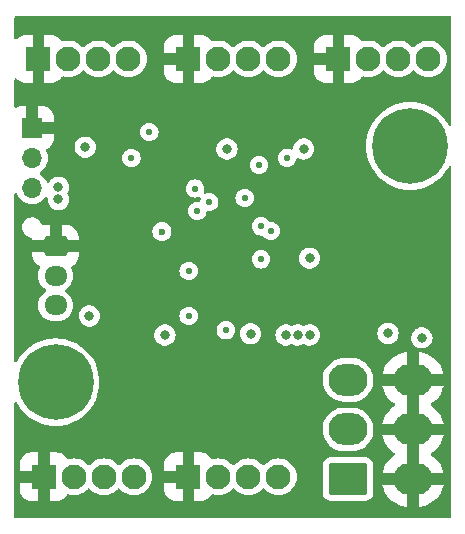
<source format=gbr>
%TF.GenerationSoftware,KiCad,Pcbnew,7.0.8*%
%TF.CreationDate,2024-01-22T00:16:33-08:00*%
%TF.ProjectId,PWMGen R1,50574d47-656e-4205-9231-2e6b69636164,rev?*%
%TF.SameCoordinates,Original*%
%TF.FileFunction,Copper,L3,Inr*%
%TF.FilePolarity,Positive*%
%FSLAX46Y46*%
G04 Gerber Fmt 4.6, Leading zero omitted, Abs format (unit mm)*
G04 Created by KiCad (PCBNEW 7.0.8) date 2024-01-22 00:16:33*
%MOMM*%
%LPD*%
G01*
G04 APERTURE LIST*
G04 Aperture macros list*
%AMRoundRect*
0 Rectangle with rounded corners*
0 $1 Rounding radius*
0 $2 $3 $4 $5 $6 $7 $8 $9 X,Y pos of 4 corners*
0 Add a 4 corners polygon primitive as box body*
4,1,4,$2,$3,$4,$5,$6,$7,$8,$9,$2,$3,0*
0 Add four circle primitives for the rounded corners*
1,1,$1+$1,$2,$3*
1,1,$1+$1,$4,$5*
1,1,$1+$1,$6,$7*
1,1,$1+$1,$8,$9*
0 Add four rect primitives between the rounded corners*
20,1,$1+$1,$2,$3,$4,$5,0*
20,1,$1+$1,$4,$5,$6,$7,0*
20,1,$1+$1,$6,$7,$8,$9,0*
20,1,$1+$1,$8,$9,$2,$3,0*%
G04 Aperture macros list end*
%TA.AperFunction,ComponentPad*%
%ADD10R,1.700000X1.700000*%
%TD*%
%TA.AperFunction,ComponentPad*%
%ADD11O,1.700000X1.700000*%
%TD*%
%TA.AperFunction,ComponentPad*%
%ADD12R,2.100000X2.100000*%
%TD*%
%TA.AperFunction,ComponentPad*%
%ADD13C,2.100000*%
%TD*%
%TA.AperFunction,ComponentPad*%
%ADD14C,0.800000*%
%TD*%
%TA.AperFunction,ComponentPad*%
%ADD15C,6.400000*%
%TD*%
%TA.AperFunction,ComponentPad*%
%ADD16RoundRect,0.250001X1.399999X-1.099999X1.399999X1.099999X-1.399999X1.099999X-1.399999X-1.099999X0*%
%TD*%
%TA.AperFunction,ComponentPad*%
%ADD17O,3.300000X2.700000*%
%TD*%
%TA.AperFunction,ComponentPad*%
%ADD18RoundRect,0.250000X-0.725000X0.600000X-0.725000X-0.600000X0.725000X-0.600000X0.725000X0.600000X0*%
%TD*%
%TA.AperFunction,ComponentPad*%
%ADD19O,1.950000X1.700000*%
%TD*%
%TA.AperFunction,ViaPad*%
%ADD20C,0.600000*%
%TD*%
%TA.AperFunction,ViaPad*%
%ADD21C,0.800000*%
%TD*%
%TA.AperFunction,ViaPad*%
%ADD22C,0.550000*%
%TD*%
G04 APERTURE END LIST*
D10*
%TO.N,GND*%
%TO.C,P6*%
X-133801100Y157578600D03*
D11*
%TO.N,/UPDI{slash}~{RESET}*%
X-133801100Y155038600D03*
%TO.N,5V*%
X-133801100Y152498600D03*
%TD*%
D12*
%TO.N,GND*%
%TO.C,J1*%
X-132801100Y128053600D03*
D13*
%TO.N,12V*%
X-130261100Y128053600D03*
%TO.N,/Tach4*%
X-127721100Y128053600D03*
%TO.N,/PWM_OUT4*%
X-125181100Y128053600D03*
%TD*%
D14*
%TO.N,N/C*%
%TO.C,H1*%
X-134201100Y136053600D03*
X-133498156Y137750656D03*
X-133498156Y134356544D03*
X-131801100Y138453600D03*
D15*
X-131801100Y136053600D03*
D14*
X-131801100Y133653600D03*
X-130104044Y137750656D03*
X-130104044Y134356544D03*
X-129401100Y136053600D03*
%TD*%
%TO.N,N/C*%
%TO.C,H2*%
X-104201100Y156053600D03*
X-103498156Y157750656D03*
X-103498156Y154356544D03*
X-101801100Y158453600D03*
D15*
X-101801100Y156053600D03*
D14*
X-101801100Y153653600D03*
X-100104044Y157750656D03*
X-100104044Y154356544D03*
X-99401100Y156053600D03*
%TD*%
D16*
%TO.N,12V*%
%TO.C,J2*%
X-107051100Y127853600D03*
D17*
X-107051100Y132053600D03*
X-107051100Y136253600D03*
%TO.N,GND*%
X-101551100Y127853600D03*
X-101551100Y132053600D03*
X-101551100Y136253600D03*
%TD*%
D12*
%TO.N,GND*%
%TO.C,J3*%
X-120561100Y128053600D03*
D13*
%TO.N,12V*%
X-118021100Y128053600D03*
%TO.N,/Tach5*%
X-115481100Y128053600D03*
%TO.N,/PWM_OUT5*%
X-112941100Y128053600D03*
%TD*%
D12*
%TO.N,GND*%
%TO.C,J5*%
X-120561100Y163423600D03*
D13*
%TO.N,12V*%
X-118021100Y163423600D03*
%TO.N,/Tach2*%
X-115481100Y163423600D03*
%TO.N,/PWM_OUT2*%
X-112941100Y163423600D03*
%TD*%
D12*
%TO.N,GND*%
%TO.C,J6*%
X-107861100Y163423600D03*
D13*
%TO.N,12V*%
X-105321100Y163423600D03*
%TO.N,/Tach3*%
X-102781100Y163423600D03*
%TO.N,/PWM_OUT3*%
X-100241100Y163423600D03*
%TD*%
D18*
%TO.N,GND*%
%TO.C,P1*%
X-131801100Y147553600D03*
D19*
%TO.N,Net-(U3-A)*%
X-131801100Y145053600D03*
%TO.N,Net-(U3-B)*%
X-131801100Y142553600D03*
%TD*%
D12*
%TO.N,GND*%
%TO.C,J4*%
X-133261100Y163423600D03*
D13*
%TO.N,12V*%
X-130721100Y163423600D03*
%TO.N,/Tach1*%
X-128181100Y163423600D03*
%TO.N,/PWM_OUT1*%
X-125641100Y163423600D03*
%TD*%
D20*
%TO.N,GND*%
X-116801100Y148553600D03*
D21*
X-126128600Y152688600D03*
D20*
X-117551100Y149303600D03*
X-116801100Y149303600D03*
D21*
X-100801100Y146553600D03*
X-100166100Y145728600D03*
X-126128600Y151418600D03*
X-101436100Y145728600D03*
X-112976100Y141918600D03*
X-125596100Y145458600D03*
X-102228600Y142553600D03*
X-112976100Y143188600D03*
X-124046100Y140053600D03*
D20*
X-117551100Y148553600D03*
D21*
%TO.N,12V*%
X-100801100Y139808600D03*
X-103663600Y140191100D03*
%TO.N,5V*%
X-110301100Y146553600D03*
X-128956100Y141648600D03*
X-112301100Y140053600D03*
X-131571100Y151533600D03*
X-117301100Y155803600D03*
X-129301100Y155953600D03*
D20*
X-122801100Y148803600D03*
D21*
X-110801100Y155803600D03*
X-115301100Y140153600D03*
X-111301100Y140053600D03*
X-131571100Y152553600D03*
X-110301100Y140053600D03*
X-122551100Y140053600D03*
D22*
%TO.N,/RXD*%
X-119801100Y150553600D03*
X-120551100Y141648600D03*
%TO.N,/TXD*%
X-118801100Y151303600D03*
X-120551100Y145458600D03*
%TO.N,Net-(U1-PC1)*%
X-115801100Y151653600D03*
X-123876100Y157228600D03*
%TO.N,/UPDI{slash}~{RESET}*%
X-125386100Y155038600D03*
X-120001100Y152453600D03*
%TO.N,Net-(U1-PB1)*%
X-114401100Y149253600D03*
X-114401100Y146453600D03*
%TO.N,Net-(U1-PB2{slash}TOSC2)*%
X-113601100Y148853600D03*
X-117401100Y140453600D03*
%TO.N,Net-(U1-PC2)*%
X-112201100Y155053600D03*
X-114601100Y154453600D03*
%TD*%
%TA.AperFunction,Conductor*%
%TO.N,GND*%
G36*
X-98358061Y167033915D02*
G01*
X-98312306Y166981111D01*
X-98301100Y166929600D01*
X-98301100Y157852012D01*
X-98320785Y157784973D01*
X-98373589Y157739218D01*
X-98442747Y157729274D01*
X-98506303Y157758299D01*
X-98535585Y157795717D01*
X-98591975Y157906389D01*
X-98803224Y158231684D01*
X-99047319Y158533116D01*
X-99321584Y158807381D01*
X-99623016Y159051476D01*
X-99948311Y159262725D01*
X-100293906Y159438814D01*
X-100656013Y159577814D01*
X-101030667Y159678202D01*
X-101413762Y159738878D01*
X-101780799Y159758114D01*
X-101801099Y159759178D01*
X-101801101Y159759178D01*
X-101822524Y159758055D01*
X-102188438Y159738878D01*
X-102571533Y159678202D01*
X-102946187Y159577814D01*
X-103308294Y159438814D01*
X-103653889Y159262725D01*
X-103653893Y159262722D01*
X-103653894Y159262722D01*
X-103979183Y159051477D01*
X-103979184Y159051476D01*
X-104280616Y158807381D01*
X-104280620Y158807377D01*
X-104554878Y158533119D01*
X-104554885Y158533111D01*
X-104798978Y158231682D01*
X-105010223Y157906393D01*
X-105186313Y157560797D01*
X-105325312Y157198694D01*
X-105325314Y157198688D01*
X-105325314Y157198687D01*
X-105408028Y156889994D01*
X-105425703Y156824029D01*
X-105425703Y156824027D01*
X-105486378Y156440939D01*
X-105506678Y156053600D01*
X-105506678Y156053599D01*
X-105486378Y155666260D01*
X-105425703Y155283172D01*
X-105425703Y155283170D01*
X-105325312Y154908505D01*
X-105186313Y154546402D01*
X-105010223Y154200806D01*
X-104798978Y153875517D01*
X-104554885Y153574088D01*
X-104554878Y153574080D01*
X-104280620Y153299822D01*
X-104280612Y153299815D01*
X-103979183Y153055722D01*
X-103653894Y152844477D01*
X-103308298Y152668387D01*
X-102946195Y152529388D01*
X-102571529Y152428997D01*
X-102188440Y152368322D01*
X-101801101Y152348022D01*
X-101801100Y152348022D01*
X-101801099Y152348022D01*
X-101413761Y152368322D01*
X-101030673Y152428997D01*
X-101030671Y152428997D01*
X-100938840Y152453603D01*
X-100656013Y152529386D01*
X-100656012Y152529386D01*
X-100656006Y152529388D01*
X-100293903Y152668387D01*
X-99948307Y152844477D01*
X-99623018Y153055722D01*
X-99321589Y153299815D01*
X-99321581Y153299822D01*
X-99047323Y153574080D01*
X-99047316Y153574088D01*
X-98803223Y153875517D01*
X-98591978Y154200806D01*
X-98535585Y154311482D01*
X-98487610Y154362278D01*
X-98419789Y154379073D01*
X-98353654Y154356536D01*
X-98310203Y154301820D01*
X-98301100Y154255187D01*
X-98301100Y124677600D01*
X-98320785Y124610561D01*
X-98373589Y124564806D01*
X-98425100Y124553600D01*
X-135177100Y124553600D01*
X-135244139Y124573285D01*
X-135289894Y124626089D01*
X-135301100Y124677600D01*
X-135301100Y127553600D01*
X-134851100Y127553600D01*
X-134851100Y126945598D01*
X-134840492Y126826274D01*
X-134840491Y126826271D01*
X-134784543Y126630738D01*
X-134690379Y126450470D01*
X-134561854Y126292846D01*
X-134404230Y126164321D01*
X-134223962Y126070157D01*
X-134028429Y126014209D01*
X-134028426Y126014208D01*
X-133909102Y126003600D01*
X-133301100Y126003600D01*
X-133301100Y127553600D01*
X-134851100Y127553600D01*
X-135301100Y127553600D01*
X-135301100Y128015714D01*
X-133354977Y128015714D01*
X-133324216Y127867685D01*
X-133254658Y127733444D01*
X-133151462Y127622948D01*
X-133022281Y127544391D01*
X-132876696Y127503600D01*
X-132763478Y127503600D01*
X-132651317Y127519016D01*
X-132512642Y127579251D01*
X-132395361Y127674666D01*
X-132308172Y127798185D01*
X-132301100Y127818083D01*
X-132301100Y126003600D01*
X-131693098Y126003600D01*
X-131573775Y126014208D01*
X-131573772Y126014209D01*
X-131378239Y126070157D01*
X-131197971Y126164321D01*
X-131040347Y126292846D01*
X-130911822Y126450469D01*
X-130911822Y126450470D01*
X-130880122Y126511157D01*
X-130831636Y126561465D01*
X-130763649Y126577573D01*
X-130741269Y126574321D01*
X-130530749Y126523779D01*
X-130504398Y126517453D01*
X-130261100Y126498306D01*
X-130017803Y126517453D01*
X-130017800Y126517453D01*
X-130017798Y126517454D01*
X-129780488Y126574428D01*
X-129780487Y126574428D01*
X-129780481Y126574430D01*
X-129555011Y126667822D01*
X-129346927Y126795337D01*
X-129346924Y126795338D01*
X-129284037Y126849049D01*
X-129161341Y126953841D01*
X-129085390Y127042768D01*
X-129026883Y127080961D01*
X-128957015Y127081459D01*
X-128897969Y127044105D01*
X-128896810Y127042768D01*
X-128820859Y126953841D01*
X-128635277Y126795338D01*
X-128635274Y126795337D01*
X-128427190Y126667822D01*
X-128201719Y126574430D01*
X-128201722Y126574430D01*
X-127964398Y126517453D01*
X-127721100Y126498306D01*
X-127477803Y126517453D01*
X-127477800Y126517453D01*
X-127477798Y126517454D01*
X-127240488Y126574428D01*
X-127240487Y126574428D01*
X-127240481Y126574430D01*
X-127015011Y126667822D01*
X-126806927Y126795337D01*
X-126806924Y126795338D01*
X-126744037Y126849049D01*
X-126621341Y126953841D01*
X-126545390Y127042768D01*
X-126486883Y127080961D01*
X-126417015Y127081459D01*
X-126357969Y127044105D01*
X-126356810Y127042768D01*
X-126280859Y126953841D01*
X-126095277Y126795338D01*
X-126095274Y126795337D01*
X-125887190Y126667822D01*
X-125661719Y126574430D01*
X-125661722Y126574430D01*
X-125424398Y126517453D01*
X-125181100Y126498306D01*
X-124937803Y126517453D01*
X-124937800Y126517453D01*
X-124937798Y126517454D01*
X-124700488Y126574428D01*
X-124700487Y126574428D01*
X-124700481Y126574430D01*
X-124475011Y126667822D01*
X-124266927Y126795337D01*
X-124266924Y126795338D01*
X-124204037Y126849049D01*
X-124081341Y126953841D01*
X-123922841Y127139421D01*
X-123922839Y127139423D01*
X-123922838Y127139426D01*
X-123795323Y127347510D01*
X-123709958Y127553600D01*
X-122611100Y127553600D01*
X-122611100Y126945598D01*
X-122600492Y126826274D01*
X-122600491Y126826271D01*
X-122544543Y126630738D01*
X-122450379Y126450470D01*
X-122321854Y126292846D01*
X-122164230Y126164321D01*
X-121983962Y126070157D01*
X-121788429Y126014209D01*
X-121788426Y126014208D01*
X-121669102Y126003600D01*
X-121061100Y126003600D01*
X-121061100Y127553600D01*
X-122611100Y127553600D01*
X-123709958Y127553600D01*
X-123701931Y127572980D01*
X-123701931Y127572981D01*
X-123701928Y127572988D01*
X-123644954Y127810298D01*
X-123628788Y128015714D01*
X-121114977Y128015714D01*
X-121084216Y127867685D01*
X-121014658Y127733444D01*
X-120911462Y127622948D01*
X-120782281Y127544391D01*
X-120636696Y127503600D01*
X-120523478Y127503600D01*
X-120411317Y127519016D01*
X-120272642Y127579251D01*
X-120155361Y127674666D01*
X-120068172Y127798185D01*
X-120061100Y127818083D01*
X-120061100Y126003600D01*
X-119453098Y126003600D01*
X-119333775Y126014208D01*
X-119333772Y126014209D01*
X-119138239Y126070157D01*
X-118957971Y126164321D01*
X-118800347Y126292846D01*
X-118671822Y126450469D01*
X-118671822Y126450470D01*
X-118640122Y126511157D01*
X-118591636Y126561465D01*
X-118523649Y126577573D01*
X-118501269Y126574321D01*
X-118290749Y126523779D01*
X-118264398Y126517453D01*
X-118021100Y126498306D01*
X-117777803Y126517453D01*
X-117777800Y126517453D01*
X-117777798Y126517454D01*
X-117540488Y126574428D01*
X-117540487Y126574428D01*
X-117540481Y126574430D01*
X-117315011Y126667822D01*
X-117106927Y126795337D01*
X-117106924Y126795338D01*
X-117044037Y126849049D01*
X-116921341Y126953841D01*
X-116845390Y127042768D01*
X-116786883Y127080961D01*
X-116717015Y127081459D01*
X-116657969Y127044105D01*
X-116656810Y127042768D01*
X-116580859Y126953841D01*
X-116395277Y126795338D01*
X-116395274Y126795337D01*
X-116187190Y126667822D01*
X-115961719Y126574430D01*
X-115961722Y126574430D01*
X-115724398Y126517453D01*
X-115481100Y126498306D01*
X-115237803Y126517453D01*
X-115237800Y126517453D01*
X-115237798Y126517454D01*
X-115000488Y126574428D01*
X-115000487Y126574428D01*
X-115000481Y126574430D01*
X-114775011Y126667822D01*
X-114566927Y126795337D01*
X-114566924Y126795338D01*
X-114504037Y126849049D01*
X-114381341Y126953841D01*
X-114305390Y127042768D01*
X-114246883Y127080961D01*
X-114177015Y127081459D01*
X-114117969Y127044105D01*
X-114116810Y127042768D01*
X-114040859Y126953841D01*
X-113855277Y126795338D01*
X-113855274Y126795337D01*
X-113647190Y126667822D01*
X-113421719Y126574430D01*
X-113421722Y126574430D01*
X-113184398Y126517453D01*
X-112941100Y126498306D01*
X-112697803Y126517453D01*
X-112697800Y126517453D01*
X-112697798Y126517454D01*
X-112460488Y126574428D01*
X-112460487Y126574428D01*
X-112460481Y126574430D01*
X-112235011Y126667822D01*
X-112176653Y126703584D01*
X-109201600Y126703584D01*
X-109191100Y126600804D01*
X-109191099Y126600803D01*
X-109135914Y126434264D01*
X-109135913Y126434262D01*
X-109043814Y126284948D01*
X-109043811Y126284944D01*
X-108919756Y126160889D01*
X-108919752Y126160886D01*
X-108770438Y126068787D01*
X-108770436Y126068786D01*
X-108603897Y126013601D01*
X-108603896Y126013600D01*
X-108501116Y126003100D01*
X-108501108Y126003100D01*
X-105601085Y126003100D01*
X-105498305Y126013600D01*
X-105498303Y126013601D01*
X-105415035Y126041193D01*
X-105331765Y126068786D01*
X-105331763Y126068787D01*
X-105182449Y126160886D01*
X-105182445Y126160889D01*
X-105058390Y126284944D01*
X-105058387Y126284948D01*
X-104966288Y126434262D01*
X-104966287Y126434264D01*
X-104960917Y126450470D01*
X-104911101Y126600803D01*
X-104900600Y126703592D01*
X-104900600Y127353600D01*
X-104147683Y127353600D01*
X-104125897Y127244074D01*
X-104125894Y127244062D01*
X-104026877Y126952368D01*
X-104026868Y126952347D01*
X-103890629Y126676082D01*
X-103719479Y126419939D01*
X-103516367Y126188333D01*
X-103284761Y125985221D01*
X-103028618Y125814071D01*
X-102752353Y125677832D01*
X-102752332Y125677823D01*
X-102460639Y125578806D01*
X-102460625Y125578803D01*
X-102158506Y125518708D01*
X-102158479Y125518704D01*
X-102051101Y125511665D01*
X-102051100Y125511665D01*
X-102051100Y127353600D01*
X-104147683Y127353600D01*
X-104900600Y127353600D01*
X-104900600Y127768605D01*
X-102251100Y127768605D01*
X-102210418Y127603554D01*
X-102131420Y127453034D01*
X-102018695Y127325794D01*
X-101878795Y127229229D01*
X-101719851Y127168949D01*
X-101593440Y127153600D01*
X-101508760Y127153600D01*
X-101382349Y127168949D01*
X-101223405Y127229229D01*
X-101083505Y127325794D01*
X-101058871Y127353600D01*
X-101051100Y127353600D01*
X-101051100Y125511665D01*
X-100943722Y125518704D01*
X-100943695Y125518708D01*
X-100641576Y125578803D01*
X-100641562Y125578806D01*
X-100349869Y125677823D01*
X-100349848Y125677832D01*
X-100073583Y125814071D01*
X-99817440Y125985221D01*
X-99585834Y126188333D01*
X-99382722Y126419939D01*
X-99211572Y126676082D01*
X-99075333Y126952347D01*
X-99075324Y126952368D01*
X-98976307Y127244062D01*
X-98976304Y127244074D01*
X-98954517Y127353600D01*
X-101051100Y127353600D01*
X-101058871Y127353600D01*
X-100970780Y127453034D01*
X-100891782Y127603554D01*
X-100851100Y127768605D01*
X-100851100Y127938595D01*
X-100891782Y128103646D01*
X-100970780Y128254166D01*
X-101083505Y128381406D01*
X-101223405Y128477971D01*
X-101382349Y128538251D01*
X-101508760Y128553600D01*
X-101593440Y128553600D01*
X-101719851Y128538251D01*
X-101878795Y128477971D01*
X-102018695Y128381406D01*
X-102131420Y128254166D01*
X-102210418Y128103646D01*
X-102251100Y127938595D01*
X-102251100Y127768605D01*
X-104900600Y127768605D01*
X-104900600Y128353600D01*
X-104147684Y128353600D01*
X-102051100Y128353600D01*
X-102051100Y131553600D01*
X-104147683Y131553600D01*
X-104125897Y131444074D01*
X-104125894Y131444062D01*
X-104026877Y131152368D01*
X-104026868Y131152347D01*
X-103890629Y130876082D01*
X-103719479Y130619939D01*
X-103516367Y130388333D01*
X-103284761Y130185221D01*
X-103092419Y130056702D01*
X-103047614Y130003090D01*
X-103038907Y129933765D01*
X-103069061Y129870737D01*
X-103092419Y129850498D01*
X-103284761Y129721978D01*
X-103516367Y129518866D01*
X-103719479Y129287260D01*
X-103890629Y129031117D01*
X-104026868Y128754852D01*
X-104026877Y128754831D01*
X-104125894Y128463137D01*
X-104125897Y128463125D01*
X-104147684Y128353600D01*
X-104900600Y128353600D01*
X-104900600Y129003608D01*
X-104911101Y129106397D01*
X-104966286Y129272934D01*
X-105058389Y129422255D01*
X-105182445Y129546311D01*
X-105331766Y129638414D01*
X-105498303Y129693599D01*
X-105601092Y129704100D01*
X-108501108Y129704100D01*
X-108603897Y129693599D01*
X-108770434Y129638414D01*
X-108770436Y129638413D01*
X-108770438Y129638412D01*
X-108919752Y129546313D01*
X-108919756Y129546310D01*
X-109043811Y129422255D01*
X-109043814Y129422251D01*
X-109135913Y129272937D01*
X-109135914Y129272935D01*
X-109135914Y129272934D01*
X-109175537Y129153358D01*
X-109191099Y129106396D01*
X-109191100Y129106395D01*
X-109201600Y129003615D01*
X-109201600Y126703584D01*
X-112176653Y126703584D01*
X-112026927Y126795337D01*
X-112026924Y126795338D01*
X-111964037Y126849049D01*
X-111841341Y126953841D01*
X-111682841Y127139421D01*
X-111682839Y127139423D01*
X-111682838Y127139426D01*
X-111555323Y127347510D01*
X-111461931Y127572980D01*
X-111461931Y127572981D01*
X-111461928Y127572988D01*
X-111404954Y127810298D01*
X-111385806Y128053600D01*
X-111404954Y128296902D01*
X-111461928Y128534212D01*
X-111555323Y128759689D01*
X-111682841Y128967779D01*
X-111841341Y129153359D01*
X-112026921Y129311859D01*
X-112235011Y129439377D01*
X-112460481Y129532769D01*
X-112460479Y129532769D01*
X-112460484Y129532770D01*
X-112460488Y129532772D01*
X-112697798Y129589746D01*
X-112941100Y129608894D01*
X-113184402Y129589746D01*
X-113421712Y129532772D01*
X-113421719Y129532769D01*
X-113421720Y129532769D01*
X-113647190Y129439377D01*
X-113855274Y129311862D01*
X-113855277Y129311861D01*
X-113929511Y129248459D01*
X-114040859Y129153359D01*
X-114040860Y129153358D01*
X-114040862Y129153356D01*
X-114116810Y129064432D01*
X-114175316Y129026238D01*
X-114245184Y129025739D01*
X-114304231Y129063093D01*
X-114305390Y129064432D01*
X-114341232Y129106397D01*
X-114381341Y129153359D01*
X-114566921Y129311859D01*
X-114775011Y129439377D01*
X-115000481Y129532769D01*
X-115000479Y129532769D01*
X-115000484Y129532770D01*
X-115000488Y129532772D01*
X-115237798Y129589746D01*
X-115481100Y129608894D01*
X-115724402Y129589746D01*
X-115961712Y129532772D01*
X-115961719Y129532769D01*
X-115961720Y129532769D01*
X-116187190Y129439377D01*
X-116395274Y129311862D01*
X-116395277Y129311861D01*
X-116469511Y129248459D01*
X-116580859Y129153359D01*
X-116580860Y129153358D01*
X-116580862Y129153356D01*
X-116656810Y129064432D01*
X-116715316Y129026238D01*
X-116785184Y129025739D01*
X-116844231Y129063093D01*
X-116845390Y129064432D01*
X-116881232Y129106397D01*
X-116921341Y129153359D01*
X-117106921Y129311859D01*
X-117315011Y129439377D01*
X-117540481Y129532769D01*
X-117540479Y129532769D01*
X-117540484Y129532770D01*
X-117540488Y129532772D01*
X-117777798Y129589746D01*
X-118021100Y129608894D01*
X-118264402Y129589746D01*
X-118501270Y129532878D01*
X-118571047Y129536368D01*
X-118627865Y129577032D01*
X-118640123Y129596042D01*
X-118671825Y129656733D01*
X-118800347Y129814353D01*
X-118957971Y129942878D01*
X-119138239Y130037042D01*
X-119333772Y130092990D01*
X-119333775Y130092991D01*
X-119453098Y130103600D01*
X-120061100Y130103600D01*
X-120061100Y128284126D01*
X-120107542Y128373756D01*
X-120210738Y128484252D01*
X-120339919Y128562809D01*
X-120485504Y128603600D01*
X-120598722Y128603600D01*
X-120710883Y128588184D01*
X-120849558Y128527949D01*
X-120966839Y128432534D01*
X-121054028Y128309015D01*
X-121104659Y128166553D01*
X-121114977Y128015714D01*
X-123628788Y128015714D01*
X-123625806Y128053600D01*
X-123644954Y128296902D01*
X-123701928Y128534212D01*
X-123709959Y128553600D01*
X-122611100Y128553600D01*
X-121061100Y128553600D01*
X-121061100Y130103600D01*
X-121669102Y130103600D01*
X-121788426Y130092991D01*
X-121788429Y130092990D01*
X-121983962Y130037042D01*
X-122164230Y129942878D01*
X-122321854Y129814353D01*
X-122450379Y129656729D01*
X-122544543Y129476461D01*
X-122600491Y129280928D01*
X-122600492Y129280925D01*
X-122611100Y129161602D01*
X-122611100Y128553600D01*
X-123709959Y128553600D01*
X-123795323Y128759689D01*
X-123922841Y128967779D01*
X-124081341Y129153359D01*
X-124266921Y129311859D01*
X-124475011Y129439377D01*
X-124700481Y129532769D01*
X-124700479Y129532769D01*
X-124700484Y129532770D01*
X-124700488Y129532772D01*
X-124937798Y129589746D01*
X-125181100Y129608894D01*
X-125424402Y129589746D01*
X-125661712Y129532772D01*
X-125661719Y129532769D01*
X-125661720Y129532769D01*
X-125887190Y129439377D01*
X-126095274Y129311862D01*
X-126095277Y129311861D01*
X-126169511Y129248459D01*
X-126280859Y129153359D01*
X-126280860Y129153358D01*
X-126280862Y129153356D01*
X-126356810Y129064432D01*
X-126415316Y129026238D01*
X-126485184Y129025739D01*
X-126544231Y129063093D01*
X-126545390Y129064432D01*
X-126581232Y129106397D01*
X-126621341Y129153359D01*
X-126806921Y129311859D01*
X-127015011Y129439377D01*
X-127240481Y129532769D01*
X-127240479Y129532769D01*
X-127240484Y129532770D01*
X-127240488Y129532772D01*
X-127477798Y129589746D01*
X-127721100Y129608894D01*
X-127964402Y129589746D01*
X-128201712Y129532772D01*
X-128201719Y129532769D01*
X-128201720Y129532769D01*
X-128427190Y129439377D01*
X-128635274Y129311862D01*
X-128635277Y129311861D01*
X-128709511Y129248459D01*
X-128820859Y129153359D01*
X-128820860Y129153358D01*
X-128820862Y129153356D01*
X-128896810Y129064432D01*
X-128955316Y129026238D01*
X-129025184Y129025739D01*
X-129084231Y129063093D01*
X-129085390Y129064432D01*
X-129121232Y129106397D01*
X-129161341Y129153359D01*
X-129346921Y129311859D01*
X-129555011Y129439377D01*
X-129780481Y129532769D01*
X-129780479Y129532769D01*
X-129780484Y129532770D01*
X-129780488Y129532772D01*
X-130017798Y129589746D01*
X-130261100Y129608894D01*
X-130504402Y129589746D01*
X-130741270Y129532878D01*
X-130811047Y129536368D01*
X-130867865Y129577032D01*
X-130880123Y129596042D01*
X-130911825Y129656733D01*
X-131040347Y129814353D01*
X-131197971Y129942878D01*
X-131378239Y130037042D01*
X-131573772Y130092990D01*
X-131573775Y130092991D01*
X-131693098Y130103600D01*
X-132301100Y130103600D01*
X-132301100Y128284126D01*
X-132347542Y128373756D01*
X-132450738Y128484252D01*
X-132579919Y128562809D01*
X-132725504Y128603600D01*
X-132838722Y128603600D01*
X-132950883Y128588184D01*
X-133089558Y128527949D01*
X-133206839Y128432534D01*
X-133294028Y128309015D01*
X-133344659Y128166553D01*
X-133354977Y128015714D01*
X-135301100Y128015714D01*
X-135301100Y128553600D01*
X-134851100Y128553600D01*
X-133301100Y128553600D01*
X-133301100Y130103600D01*
X-133909102Y130103600D01*
X-134028426Y130092991D01*
X-134028429Y130092990D01*
X-134223962Y130037042D01*
X-134404230Y129942878D01*
X-134561854Y129814353D01*
X-134690379Y129656729D01*
X-134784543Y129476461D01*
X-134840491Y129280928D01*
X-134840492Y129280925D01*
X-134851100Y129161602D01*
X-134851100Y128553600D01*
X-135301100Y128553600D01*
X-135301100Y131985836D01*
X-109205313Y131985836D01*
X-109175687Y131716586D01*
X-109175685Y131716575D01*
X-109107174Y131454517D01*
X-109001230Y131205210D01*
X-108860121Y130973994D01*
X-108860114Y130973984D01*
X-108686847Y130765780D01*
X-108686841Y130765775D01*
X-108485103Y130585018D01*
X-108259193Y130435557D01*
X-108013915Y130320576D01*
X-107754543Y130242542D01*
X-107754529Y130242539D01*
X-107608421Y130221037D01*
X-107486539Y130203100D01*
X-107486535Y130203100D01*
X-106683464Y130203100D01*
X-106514699Y130215452D01*
X-106480944Y130217923D01*
X-106480942Y130217923D01*
X-106480932Y130217925D01*
X-106216554Y130276817D01*
X-106216547Y130276820D01*
X-105963542Y130373586D01*
X-105727323Y130506159D01*
X-105512923Y130671712D01*
X-105324923Y130866709D01*
X-105324917Y130866716D01*
X-105324914Y130866719D01*
X-105167301Y131087021D01*
X-105106536Y131205210D01*
X-105043451Y131327909D01*
X-105043448Y131327918D01*
X-105043444Y131327925D01*
X-104975940Y131525794D01*
X-104955985Y131584285D01*
X-104955985Y131584288D01*
X-104955982Y131584295D01*
X-104906781Y131850667D01*
X-104902471Y131968605D01*
X-102251100Y131968605D01*
X-102210418Y131803554D01*
X-102131420Y131653034D01*
X-102018695Y131525794D01*
X-101878795Y131429229D01*
X-101719851Y131368949D01*
X-101593440Y131353600D01*
X-101508760Y131353600D01*
X-101382349Y131368949D01*
X-101223405Y131429229D01*
X-101083505Y131525794D01*
X-101058871Y131553600D01*
X-101051100Y131553600D01*
X-101051100Y128353600D01*
X-98954517Y128353600D01*
X-98976304Y128463125D01*
X-98976307Y128463137D01*
X-99075324Y128754831D01*
X-99075333Y128754852D01*
X-99211572Y129031117D01*
X-99382722Y129287260D01*
X-99585834Y129518866D01*
X-99817440Y129721978D01*
X-100009782Y129850498D01*
X-100054587Y129904110D01*
X-100063294Y129973435D01*
X-100033140Y130036462D01*
X-100009782Y130056702D01*
X-99817440Y130185221D01*
X-99585834Y130388333D01*
X-99382722Y130619939D01*
X-99211572Y130876082D01*
X-99075333Y131152347D01*
X-99075324Y131152368D01*
X-98976307Y131444062D01*
X-98976304Y131444074D01*
X-98954517Y131553600D01*
X-101051100Y131553600D01*
X-101058871Y131553600D01*
X-100970780Y131653034D01*
X-100891782Y131803554D01*
X-100851100Y131968605D01*
X-100851100Y132138595D01*
X-100891782Y132303646D01*
X-100970780Y132454166D01*
X-101083505Y132581406D01*
X-101223405Y132677971D01*
X-101382349Y132738251D01*
X-101508760Y132753600D01*
X-101593440Y132753600D01*
X-101719851Y132738251D01*
X-101878795Y132677971D01*
X-102018695Y132581406D01*
X-102131420Y132454166D01*
X-102210418Y132303646D01*
X-102251100Y132138595D01*
X-102251100Y131968605D01*
X-104902471Y131968605D01*
X-104896888Y132121365D01*
X-104926514Y132390618D01*
X-104969123Y132553600D01*
X-104147684Y132553600D01*
X-102051100Y132553600D01*
X-102051100Y135753600D01*
X-104147683Y135753600D01*
X-104125897Y135644074D01*
X-104125894Y135644062D01*
X-104026877Y135352368D01*
X-104026868Y135352347D01*
X-103890629Y135076082D01*
X-103719479Y134819939D01*
X-103516367Y134588333D01*
X-103284761Y134385221D01*
X-103092419Y134256702D01*
X-103047614Y134203090D01*
X-103038907Y134133765D01*
X-103069061Y134070737D01*
X-103092419Y134050498D01*
X-103284761Y133921978D01*
X-103516367Y133718866D01*
X-103719479Y133487260D01*
X-103890629Y133231117D01*
X-104026868Y132954852D01*
X-104026877Y132954831D01*
X-104125894Y132663137D01*
X-104125897Y132663125D01*
X-104147684Y132553600D01*
X-104969123Y132553600D01*
X-104995028Y132652688D01*
X-105100970Y132901990D01*
X-105242082Y133133210D01*
X-105415355Y133341420D01*
X-105617098Y133522182D01*
X-105843010Y133671644D01*
X-106088276Y133786620D01*
X-106233724Y133830379D01*
X-106347658Y133864657D01*
X-106347662Y133864657D01*
X-106347669Y133864660D01*
X-106615661Y133904100D01*
X-107418731Y133904100D01*
X-107418736Y133904100D01*
X-107472994Y133900128D01*
X-107621256Y133889277D01*
X-107621269Y133889274D01*
X-107885647Y133830382D01*
X-107885651Y133830380D01*
X-107885653Y133830380D01*
X-108138658Y133733614D01*
X-108374877Y133601041D01*
X-108522229Y133487260D01*
X-108589278Y133435487D01*
X-108777278Y133240490D01*
X-108777284Y133240483D01*
X-108777286Y133240481D01*
X-108909470Y133055722D01*
X-108934898Y133020180D01*
X-108934901Y133020175D01*
X-109058750Y132779290D01*
X-109058757Y132779272D01*
X-109146216Y132522914D01*
X-109146218Y132522905D01*
X-109163563Y132428997D01*
X-109195419Y132256531D01*
X-109195420Y132256524D01*
X-109205313Y131985836D01*
X-135301100Y131985836D01*
X-135301100Y134255187D01*
X-135281415Y134322226D01*
X-135228611Y134367981D01*
X-135159453Y134377925D01*
X-135095897Y134348900D01*
X-135066615Y134311482D01*
X-135010223Y134200806D01*
X-134798978Y133875517D01*
X-134554885Y133574088D01*
X-134554878Y133574080D01*
X-134280620Y133299822D01*
X-134280612Y133299815D01*
X-133979183Y133055722D01*
X-133653894Y132844477D01*
X-133308298Y132668387D01*
X-132946195Y132529388D01*
X-132571529Y132428997D01*
X-132188440Y132368322D01*
X-131801101Y132348022D01*
X-131801100Y132348022D01*
X-131801099Y132348022D01*
X-131413761Y132368322D01*
X-131030673Y132428997D01*
X-131030671Y132428997D01*
X-130936739Y132454166D01*
X-130656013Y132529386D01*
X-130656012Y132529386D01*
X-130656006Y132529388D01*
X-130293903Y132668387D01*
X-129948307Y132844477D01*
X-129623018Y133055722D01*
X-129321589Y133299815D01*
X-129321581Y133299822D01*
X-129047323Y133574080D01*
X-129047316Y133574088D01*
X-128968316Y133671644D01*
X-128803224Y133875516D01*
X-128794287Y133889277D01*
X-128591978Y134200806D01*
X-128563497Y134256702D01*
X-128415886Y134546406D01*
X-128276886Y134908513D01*
X-128176498Y135283167D01*
X-128115822Y135666262D01*
X-128095522Y136053600D01*
X-128102452Y136185836D01*
X-109205313Y136185836D01*
X-109175687Y135916586D01*
X-109175685Y135916575D01*
X-109107174Y135654517D01*
X-109001230Y135405210D01*
X-108860121Y135173994D01*
X-108860114Y135173984D01*
X-108686847Y134965780D01*
X-108686841Y134965775D01*
X-108485103Y134785018D01*
X-108259193Y134635557D01*
X-108013915Y134520576D01*
X-107754543Y134442542D01*
X-107754529Y134442539D01*
X-107608421Y134421037D01*
X-107486539Y134403100D01*
X-107486535Y134403100D01*
X-106683464Y134403100D01*
X-106514699Y134415452D01*
X-106480944Y134417923D01*
X-106480942Y134417923D01*
X-106480932Y134417925D01*
X-106216554Y134476817D01*
X-106216547Y134476820D01*
X-105963542Y134573586D01*
X-105727323Y134706159D01*
X-105512923Y134871712D01*
X-105477443Y134908513D01*
X-105324923Y135066709D01*
X-105324917Y135066716D01*
X-105324914Y135066719D01*
X-105167301Y135287021D01*
X-105106536Y135405210D01*
X-105043451Y135527909D01*
X-105043448Y135527918D01*
X-105043444Y135527925D01*
X-104975940Y135725794D01*
X-104955985Y135784285D01*
X-104955985Y135784288D01*
X-104955982Y135784295D01*
X-104906781Y136050667D01*
X-104902471Y136168605D01*
X-102251100Y136168605D01*
X-102210418Y136003554D01*
X-102131420Y135853034D01*
X-102018695Y135725794D01*
X-101878795Y135629229D01*
X-101719851Y135568949D01*
X-101593440Y135553600D01*
X-101508760Y135553600D01*
X-101382349Y135568949D01*
X-101223405Y135629229D01*
X-101083505Y135725794D01*
X-101058871Y135753600D01*
X-101051100Y135753600D01*
X-101051100Y132553600D01*
X-98954517Y132553600D01*
X-98976304Y132663125D01*
X-98976307Y132663137D01*
X-99075324Y132954831D01*
X-99075333Y132954852D01*
X-99211572Y133231117D01*
X-99382722Y133487260D01*
X-99585834Y133718866D01*
X-99817440Y133921978D01*
X-100009782Y134050498D01*
X-100054587Y134104110D01*
X-100063294Y134173435D01*
X-100033140Y134236462D01*
X-100009782Y134256702D01*
X-99817440Y134385221D01*
X-99585834Y134588333D01*
X-99382722Y134819939D01*
X-99211572Y135076082D01*
X-99075333Y135352347D01*
X-99075324Y135352368D01*
X-98976307Y135644062D01*
X-98976304Y135644074D01*
X-98954517Y135753600D01*
X-101051100Y135753600D01*
X-101058871Y135753600D01*
X-100970780Y135853034D01*
X-100891782Y136003554D01*
X-100851100Y136168605D01*
X-100851100Y136338595D01*
X-100891782Y136503646D01*
X-100970780Y136654166D01*
X-101083505Y136781406D01*
X-101223405Y136877971D01*
X-101382349Y136938251D01*
X-101508760Y136953600D01*
X-101593440Y136953600D01*
X-101719851Y136938251D01*
X-101878795Y136877971D01*
X-102018695Y136781406D01*
X-102131420Y136654166D01*
X-102210418Y136503646D01*
X-102251100Y136338595D01*
X-102251100Y136168605D01*
X-104902471Y136168605D01*
X-104896888Y136321365D01*
X-104926514Y136590618D01*
X-104969123Y136753600D01*
X-104147684Y136753600D01*
X-102051100Y136753600D01*
X-102051100Y138595532D01*
X-101051100Y138595532D01*
X-101051100Y136753600D01*
X-98954517Y136753600D01*
X-98976304Y136863125D01*
X-98976307Y136863137D01*
X-99075324Y137154831D01*
X-99075333Y137154852D01*
X-99211572Y137431117D01*
X-99382722Y137687260D01*
X-99585834Y137918866D01*
X-99817440Y138121978D01*
X-100073583Y138293128D01*
X-100349848Y138429367D01*
X-100349869Y138429376D01*
X-100641562Y138528393D01*
X-100641576Y138528396D01*
X-100943695Y138588491D01*
X-100943707Y138588493D01*
X-101051100Y138595532D01*
X-102051100Y138595532D01*
X-102158494Y138588493D01*
X-102158506Y138588491D01*
X-102460625Y138528396D01*
X-102460639Y138528393D01*
X-102752332Y138429376D01*
X-102752353Y138429367D01*
X-103028618Y138293128D01*
X-103284761Y138121978D01*
X-103516367Y137918866D01*
X-103719479Y137687260D01*
X-103890629Y137431117D01*
X-104026868Y137154852D01*
X-104026877Y137154831D01*
X-104125894Y136863137D01*
X-104125897Y136863125D01*
X-104147684Y136753600D01*
X-104969123Y136753600D01*
X-104995028Y136852688D01*
X-105100970Y137101990D01*
X-105242082Y137333210D01*
X-105415355Y137541420D01*
X-105617098Y137722182D01*
X-105843010Y137871644D01*
X-106088276Y137986620D01*
X-106233724Y138030379D01*
X-106347658Y138064657D01*
X-106347662Y138064657D01*
X-106347669Y138064660D01*
X-106615661Y138104100D01*
X-107418731Y138104100D01*
X-107418736Y138104100D01*
X-107472994Y138100128D01*
X-107621256Y138089277D01*
X-107621269Y138089274D01*
X-107885647Y138030382D01*
X-107885651Y138030380D01*
X-107885653Y138030380D01*
X-108138658Y137933614D01*
X-108374877Y137801041D01*
X-108522229Y137687260D01*
X-108589278Y137635487D01*
X-108777278Y137440490D01*
X-108777284Y137440483D01*
X-108777286Y137440481D01*
X-108934898Y137220180D01*
X-108934901Y137220175D01*
X-109058750Y136979290D01*
X-109058757Y136979272D01*
X-109146216Y136722914D01*
X-109146219Y136722900D01*
X-109195419Y136456531D01*
X-109195420Y136456524D01*
X-109205313Y136185836D01*
X-128102452Y136185836D01*
X-128115822Y136440938D01*
X-128176498Y136824033D01*
X-128276886Y137198687D01*
X-128415886Y137560794D01*
X-128591975Y137906389D01*
X-128803224Y138231684D01*
X-129047319Y138533116D01*
X-129321584Y138807381D01*
X-129623016Y139051476D01*
X-129948311Y139262725D01*
X-130293906Y139438814D01*
X-130656013Y139577814D01*
X-131030667Y139678202D01*
X-131413762Y139738878D01*
X-131780799Y139758114D01*
X-131801099Y139759178D01*
X-131801101Y139759178D01*
X-131822524Y139758055D01*
X-132188438Y139738878D01*
X-132571533Y139678202D01*
X-132946187Y139577814D01*
X-133308294Y139438814D01*
X-133653889Y139262725D01*
X-133653893Y139262722D01*
X-133653894Y139262722D01*
X-133979183Y139051477D01*
X-133979184Y139051476D01*
X-134280616Y138807381D01*
X-134280620Y138807377D01*
X-134554878Y138533119D01*
X-134554885Y138533111D01*
X-134798978Y138231682D01*
X-135010223Y137906393D01*
X-135010225Y137906389D01*
X-135061692Y137805378D01*
X-135066615Y137795717D01*
X-135114589Y137744921D01*
X-135182410Y137728126D01*
X-135248545Y137750663D01*
X-135291997Y137805378D01*
X-135301100Y137852012D01*
X-135301100Y140053600D01*
X-123456560Y140053600D01*
X-123436774Y139865344D01*
X-123436774Y139865341D01*
X-123436773Y139865340D01*
X-123378282Y139685322D01*
X-123378279Y139685315D01*
X-123283634Y139521385D01*
X-123156971Y139380711D01*
X-123003835Y139269451D01*
X-123003830Y139269448D01*
X-122830908Y139192457D01*
X-122830903Y139192455D01*
X-122678203Y139159998D01*
X-122645746Y139153100D01*
X-122645745Y139153100D01*
X-122456455Y139153100D01*
X-122456454Y139153100D01*
X-122417099Y139161465D01*
X-122271298Y139192455D01*
X-122271293Y139192457D01*
X-122098371Y139269448D01*
X-122098366Y139269451D01*
X-121945230Y139380711D01*
X-121921603Y139406951D01*
X-121818567Y139521384D01*
X-121723921Y139685316D01*
X-121665426Y139865344D01*
X-121645640Y140053600D01*
X-121665426Y140241856D01*
X-121723921Y140421884D01*
X-121742230Y140453596D01*
X-118181507Y140453596D01*
X-118161943Y140279951D01*
X-118161941Y140279941D01*
X-118104223Y140114995D01*
X-118011247Y139967023D01*
X-117887677Y139843453D01*
X-117739705Y139750477D01*
X-117574759Y139692759D01*
X-117574749Y139692757D01*
X-117401104Y139673193D01*
X-117401100Y139673193D01*
X-117401096Y139673193D01*
X-117227452Y139692757D01*
X-117227442Y139692759D01*
X-117062496Y139750477D01*
X-116947369Y139822815D01*
X-116914524Y139843453D01*
X-116790953Y139967024D01*
X-116697978Y140114994D01*
X-116684469Y140153600D01*
X-116206560Y140153600D01*
X-116186774Y139965344D01*
X-116186774Y139965341D01*
X-116186773Y139965340D01*
X-116128282Y139785322D01*
X-116128279Y139785315D01*
X-116033634Y139621385D01*
X-115906971Y139480711D01*
X-115753835Y139369451D01*
X-115753830Y139369448D01*
X-115580908Y139292457D01*
X-115580903Y139292455D01*
X-115428203Y139259998D01*
X-115395746Y139253100D01*
X-115395745Y139253100D01*
X-115206455Y139253100D01*
X-115206454Y139253100D01*
X-115161186Y139262722D01*
X-115021298Y139292455D01*
X-115021293Y139292457D01*
X-114848371Y139369448D01*
X-114848366Y139369451D01*
X-114695230Y139480711D01*
X-114658607Y139521385D01*
X-114568567Y139621384D01*
X-114473921Y139785316D01*
X-114415426Y139965344D01*
X-114406150Y140053600D01*
X-113206560Y140053600D01*
X-113186774Y139865344D01*
X-113186774Y139865341D01*
X-113186773Y139865340D01*
X-113128282Y139685322D01*
X-113128279Y139685315D01*
X-113033634Y139521385D01*
X-112906971Y139380711D01*
X-112753835Y139269451D01*
X-112753830Y139269448D01*
X-112580908Y139192457D01*
X-112580903Y139192455D01*
X-112428203Y139159998D01*
X-112395746Y139153100D01*
X-112395745Y139153100D01*
X-112206455Y139153100D01*
X-112206454Y139153100D01*
X-112167099Y139161465D01*
X-112021298Y139192455D01*
X-112021293Y139192457D01*
X-111851536Y139268039D01*
X-111782286Y139277324D01*
X-111750664Y139268039D01*
X-111580908Y139192457D01*
X-111580903Y139192455D01*
X-111428203Y139159998D01*
X-111395746Y139153100D01*
X-111395745Y139153100D01*
X-111206455Y139153100D01*
X-111206454Y139153100D01*
X-111167099Y139161465D01*
X-111021298Y139192455D01*
X-111021293Y139192457D01*
X-110851536Y139268039D01*
X-110782286Y139277324D01*
X-110750664Y139268039D01*
X-110580908Y139192457D01*
X-110580903Y139192455D01*
X-110428203Y139159998D01*
X-110395746Y139153100D01*
X-110395745Y139153100D01*
X-110206455Y139153100D01*
X-110206454Y139153100D01*
X-110167099Y139161465D01*
X-110021298Y139192455D01*
X-110021293Y139192457D01*
X-109848371Y139269448D01*
X-109848366Y139269451D01*
X-109695230Y139380711D01*
X-109671603Y139406951D01*
X-109568567Y139521384D01*
X-109473921Y139685316D01*
X-109415426Y139865344D01*
X-109395640Y140053600D01*
X-109410091Y140191100D01*
X-104569060Y140191100D01*
X-104549274Y140002844D01*
X-104549274Y140002841D01*
X-104549273Y140002840D01*
X-104490782Y139822822D01*
X-104490779Y139822815D01*
X-104396134Y139658885D01*
X-104269471Y139518211D01*
X-104116335Y139406951D01*
X-104116330Y139406948D01*
X-103943408Y139329957D01*
X-103943403Y139329955D01*
X-103790703Y139297498D01*
X-103758246Y139290600D01*
X-103758245Y139290600D01*
X-103568955Y139290600D01*
X-103568954Y139290600D01*
X-103529599Y139298965D01*
X-103383798Y139329955D01*
X-103383793Y139329957D01*
X-103210871Y139406948D01*
X-103210866Y139406951D01*
X-103057730Y139518211D01*
X-103004063Y139577814D01*
X-102931067Y139658884D01*
X-102844629Y139808600D01*
X-101706560Y139808600D01*
X-101686774Y139620344D01*
X-101686774Y139620341D01*
X-101686773Y139620340D01*
X-101628282Y139440322D01*
X-101628279Y139440315D01*
X-101533634Y139276385D01*
X-101406971Y139135711D01*
X-101253835Y139024451D01*
X-101253830Y139024448D01*
X-101080908Y138947457D01*
X-101080903Y138947455D01*
X-100928203Y138914998D01*
X-100895746Y138908100D01*
X-100895745Y138908100D01*
X-100706455Y138908100D01*
X-100706454Y138908100D01*
X-100667099Y138916465D01*
X-100521298Y138947455D01*
X-100521293Y138947457D01*
X-100348371Y139024448D01*
X-100348366Y139024451D01*
X-100195230Y139135711D01*
X-100179573Y139153100D01*
X-100068567Y139276384D01*
X-99973921Y139440316D01*
X-99915426Y139620344D01*
X-99895640Y139808600D01*
X-99915426Y139996856D01*
X-99973921Y140176884D01*
X-100068567Y140340816D01*
X-100195229Y140481488D01*
X-100348370Y140592751D01*
X-100521297Y140669744D01*
X-100706454Y140709100D01*
X-100895746Y140709100D01*
X-101005299Y140685814D01*
X-101080903Y140669744D01*
X-101080908Y140669742D01*
X-101253830Y140592751D01*
X-101253835Y140592748D01*
X-101351380Y140521877D01*
X-101406971Y140481488D01*
X-101533633Y140340816D01*
X-101533634Y140340814D01*
X-101628279Y140176884D01*
X-101628282Y140176877D01*
X-101668337Y140053600D01*
X-101686774Y139996856D01*
X-101706560Y139808600D01*
X-102844629Y139808600D01*
X-102836421Y139822816D01*
X-102777926Y140002844D01*
X-102758140Y140191100D01*
X-102777926Y140379356D01*
X-102836421Y140559384D01*
X-102931067Y140723316D01*
X-103057729Y140863988D01*
X-103210870Y140975251D01*
X-103383797Y141052244D01*
X-103568954Y141091600D01*
X-103758246Y141091600D01*
X-103889285Y141063747D01*
X-103943403Y141052244D01*
X-103943408Y141052242D01*
X-104116330Y140975251D01*
X-104116335Y140975248D01*
X-104157311Y140945477D01*
X-104269471Y140863988D01*
X-104396133Y140723316D01*
X-104475520Y140585814D01*
X-104490779Y140559384D01*
X-104490782Y140559377D01*
X-104502964Y140521884D01*
X-104549274Y140379356D01*
X-104569060Y140191100D01*
X-109410091Y140191100D01*
X-109415426Y140241856D01*
X-109473921Y140421884D01*
X-109568567Y140585816D01*
X-109695229Y140726488D01*
X-109848370Y140837751D01*
X-110021297Y140914744D01*
X-110206454Y140954100D01*
X-110395746Y140954100D01*
X-110580903Y140914744D01*
X-110580904Y140914744D01*
X-110631236Y140892334D01*
X-110750667Y140839159D01*
X-110819913Y140829875D01*
X-110851531Y140839157D01*
X-111021297Y140914744D01*
X-111206454Y140954100D01*
X-111395746Y140954100D01*
X-111580903Y140914744D01*
X-111580904Y140914744D01*
X-111631236Y140892334D01*
X-111750667Y140839159D01*
X-111819913Y140829875D01*
X-111851531Y140839157D01*
X-112021297Y140914744D01*
X-112206454Y140954100D01*
X-112395746Y140954100D01*
X-112580903Y140914744D01*
X-112580908Y140914742D01*
X-112753830Y140837751D01*
X-112753835Y140837748D01*
X-112823057Y140787455D01*
X-112906971Y140726488D01*
X-113033633Y140585816D01*
X-113070544Y140521884D01*
X-113128279Y140421884D01*
X-113128282Y140421877D01*
X-113174396Y140279951D01*
X-113186774Y140241856D01*
X-113206560Y140053600D01*
X-114406150Y140053600D01*
X-114395640Y140153600D01*
X-114415426Y140341856D01*
X-114473921Y140521884D01*
X-114568567Y140685816D01*
X-114695229Y140826488D01*
X-114848370Y140937751D01*
X-115021297Y141014744D01*
X-115206454Y141054100D01*
X-115395746Y141054100D01*
X-115580903Y141014744D01*
X-115580908Y141014742D01*
X-115753830Y140937751D01*
X-115753835Y140937748D01*
X-115891469Y140837751D01*
X-115906971Y140826488D01*
X-116033633Y140685816D01*
X-116033634Y140685814D01*
X-116128279Y140521884D01*
X-116128282Y140521877D01*
X-116184808Y140347909D01*
X-116186774Y140341856D01*
X-116206560Y140153600D01*
X-116684469Y140153600D01*
X-116640259Y140279943D01*
X-116640258Y140279951D01*
X-116620693Y140453596D01*
X-116620693Y140453603D01*
X-116640258Y140627248D01*
X-116640259Y140627257D01*
X-116697978Y140792206D01*
X-116790953Y140940176D01*
X-116914524Y141063747D01*
X-117062494Y141156722D01*
X-117227443Y141214441D01*
X-117232696Y141215032D01*
X-117401096Y141234007D01*
X-117401104Y141234007D01*
X-117574749Y141214442D01*
X-117574751Y141214441D01*
X-117574757Y141214441D01*
X-117739706Y141156722D01*
X-117887676Y141063747D01*
X-118011247Y140940176D01*
X-118056476Y140868193D01*
X-118104223Y140792204D01*
X-118161941Y140627258D01*
X-118161943Y140627248D01*
X-118181507Y140453603D01*
X-118181507Y140453596D01*
X-121742230Y140453596D01*
X-121818567Y140585816D01*
X-121945229Y140726488D01*
X-122098370Y140837751D01*
X-122271297Y140914744D01*
X-122456454Y140954100D01*
X-122645746Y140954100D01*
X-122830903Y140914744D01*
X-122830908Y140914742D01*
X-123003830Y140837751D01*
X-123003835Y140837748D01*
X-123073057Y140787455D01*
X-123156971Y140726488D01*
X-123283633Y140585816D01*
X-123320544Y140521884D01*
X-123378279Y140421884D01*
X-123378282Y140421877D01*
X-123424396Y140279951D01*
X-123436774Y140241856D01*
X-123456560Y140053600D01*
X-135301100Y140053600D01*
X-135301100Y147053600D01*
X-133776099Y147053600D01*
X-133776099Y146889408D01*
X-133765700Y146757267D01*
X-133710723Y146539080D01*
X-133617672Y146334225D01*
X-133617669Y146334219D01*
X-133489541Y146149276D01*
X-133489531Y146149264D01*
X-133330436Y145990169D01*
X-133330424Y145990159D01*
X-133151140Y145865951D01*
X-133107243Y145811592D01*
X-133099704Y145742131D01*
X-133109374Y145711619D01*
X-133200001Y145517269D01*
X-133200006Y145517255D01*
X-133261162Y145289013D01*
X-133261164Y145289003D01*
X-133281759Y145053600D01*
X-133281759Y145053599D01*
X-133261164Y144818196D01*
X-133261162Y144818186D01*
X-133200006Y144589944D01*
X-133200002Y144589935D01*
X-133100136Y144375771D01*
X-133100135Y144375769D01*
X-132964595Y144182197D01*
X-132797503Y144015105D01*
X-132640505Y143905175D01*
X-132596880Y143850598D01*
X-132589686Y143781100D01*
X-132621209Y143718745D01*
X-132640505Y143702025D01*
X-132797503Y143592094D01*
X-132964594Y143425002D01*
X-132964599Y143424995D01*
X-133100133Y143231434D01*
X-133100135Y143231430D01*
X-133200003Y143017263D01*
X-133200004Y143017259D01*
X-133200006Y143017255D01*
X-133261162Y142789013D01*
X-133261164Y142789003D01*
X-133281759Y142553600D01*
X-133281759Y142553599D01*
X-133261164Y142318196D01*
X-133261162Y142318186D01*
X-133200006Y142089944D01*
X-133200002Y142089935D01*
X-133100136Y141875771D01*
X-133100135Y141875769D01*
X-132964595Y141682197D01*
X-132797503Y141515105D01*
X-132603931Y141379565D01*
X-132603929Y141379564D01*
X-132389765Y141279698D01*
X-132389756Y141279694D01*
X-132161514Y141218538D01*
X-132161504Y141218536D01*
X-131985066Y141203100D01*
X-131617134Y141203100D01*
X-131440697Y141218536D01*
X-131440687Y141218538D01*
X-131212445Y141279694D01*
X-131212441Y141279696D01*
X-131212437Y141279697D01*
X-131105354Y141329631D01*
X-130998272Y141379564D01*
X-130998270Y141379565D01*
X-130804698Y141515105D01*
X-130671204Y141648600D01*
X-129861560Y141648600D01*
X-129841774Y141460344D01*
X-129841774Y141460341D01*
X-129841773Y141460340D01*
X-129783282Y141280322D01*
X-129783279Y141280315D01*
X-129688634Y141116385D01*
X-129561971Y140975711D01*
X-129408835Y140864451D01*
X-129408830Y140864448D01*
X-129235908Y140787457D01*
X-129235903Y140787455D01*
X-129083203Y140754998D01*
X-129050746Y140748100D01*
X-129050745Y140748100D01*
X-128861455Y140748100D01*
X-128861454Y140748100D01*
X-128822099Y140756465D01*
X-128676298Y140787455D01*
X-128676293Y140787457D01*
X-128503371Y140864448D01*
X-128503366Y140864451D01*
X-128350230Y140975711D01*
X-128315086Y141014742D01*
X-128223567Y141116384D01*
X-128128921Y141280316D01*
X-128070426Y141460344D01*
X-128050640Y141648596D01*
X-121331507Y141648596D01*
X-121311943Y141474951D01*
X-121311941Y141474941D01*
X-121254223Y141309995D01*
X-121161247Y141162023D01*
X-121037677Y141038453D01*
X-120889705Y140945477D01*
X-120724759Y140887759D01*
X-120724749Y140887757D01*
X-120551104Y140868193D01*
X-120551100Y140868193D01*
X-120551096Y140868193D01*
X-120377452Y140887757D01*
X-120377442Y140887759D01*
X-120212496Y140945477D01*
X-120164376Y140975712D01*
X-120064524Y141038453D01*
X-119940953Y141162024D01*
X-119847978Y141309994D01*
X-119790259Y141474943D01*
X-119770693Y141648600D01*
X-119774479Y141682199D01*
X-119790258Y141822248D01*
X-119790259Y141822257D01*
X-119847978Y141987206D01*
X-119940953Y142135176D01*
X-120064524Y142258747D01*
X-120212494Y142351722D01*
X-120377443Y142409441D01*
X-120382696Y142410032D01*
X-120551096Y142429007D01*
X-120551104Y142429007D01*
X-120724749Y142409442D01*
X-120724751Y142409441D01*
X-120724757Y142409441D01*
X-120889706Y142351722D01*
X-121037676Y142258747D01*
X-121161247Y142135176D01*
X-121235578Y142016877D01*
X-121254223Y141987204D01*
X-121311941Y141822258D01*
X-121311943Y141822248D01*
X-121331507Y141648603D01*
X-121331507Y141648596D01*
X-128050640Y141648596D01*
X-128050640Y141648600D01*
X-128070426Y141836856D01*
X-128128921Y142016884D01*
X-128223567Y142180816D01*
X-128350229Y142321488D01*
X-128503370Y142432751D01*
X-128676297Y142509744D01*
X-128861454Y142549100D01*
X-129050746Y142549100D01*
X-129235903Y142509744D01*
X-129235908Y142509742D01*
X-129408830Y142432751D01*
X-129408835Y142432748D01*
X-129561971Y142321488D01*
X-129688633Y142180816D01*
X-129688634Y142180814D01*
X-129783279Y142016884D01*
X-129783282Y142016877D01*
X-129792923Y141987204D01*
X-129841774Y141836856D01*
X-129861560Y141648600D01*
X-130671204Y141648600D01*
X-130637607Y141682197D01*
X-130637605Y141682199D01*
X-130569835Y141778984D01*
X-130502068Y141875765D01*
X-130502066Y141875769D01*
X-130502065Y141875770D01*
X-130402197Y142089937D01*
X-130341037Y142318192D01*
X-130320441Y142553600D01*
X-130341037Y142789008D01*
X-130402197Y143017263D01*
X-130502065Y143231429D01*
X-130637605Y143425001D01*
X-130804699Y143592095D01*
X-130961699Y143702026D01*
X-131005322Y143756601D01*
X-131012516Y143826100D01*
X-130980994Y143888455D01*
X-130961702Y143905171D01*
X-130860913Y143975744D01*
X-130804697Y144015106D01*
X-130637607Y144182197D01*
X-130637605Y144182199D01*
X-130569835Y144278984D01*
X-130502068Y144375765D01*
X-130502066Y144375769D01*
X-130502065Y144375770D01*
X-130402197Y144589937D01*
X-130341037Y144818192D01*
X-130320441Y145053600D01*
X-130341037Y145289008D01*
X-130386477Y145458596D01*
X-121331507Y145458596D01*
X-121311943Y145284951D01*
X-121311941Y145284941D01*
X-121254223Y145119995D01*
X-121161247Y144972023D01*
X-121037677Y144848453D01*
X-120889705Y144755477D01*
X-120724759Y144697759D01*
X-120724749Y144697757D01*
X-120551104Y144678193D01*
X-120551100Y144678193D01*
X-120551096Y144678193D01*
X-120377452Y144697757D01*
X-120377442Y144697759D01*
X-120212496Y144755477D01*
X-120112684Y144818192D01*
X-120064524Y144848453D01*
X-119940953Y144972024D01*
X-119847978Y145119994D01*
X-119790259Y145284943D01*
X-119790258Y145284951D01*
X-119770693Y145458596D01*
X-119770693Y145458603D01*
X-119790258Y145632248D01*
X-119790259Y145632257D01*
X-119847978Y145797206D01*
X-119940953Y145945176D01*
X-120064524Y146068747D01*
X-120212494Y146161722D01*
X-120377443Y146219441D01*
X-120382696Y146220032D01*
X-120551096Y146239007D01*
X-120551104Y146239007D01*
X-120724749Y146219442D01*
X-120724751Y146219441D01*
X-120724757Y146219441D01*
X-120889706Y146161722D01*
X-121037676Y146068747D01*
X-121161247Y145945176D01*
X-121224518Y145844479D01*
X-121254223Y145797204D01*
X-121311941Y145632258D01*
X-121311943Y145632248D01*
X-121331507Y145458603D01*
X-121331507Y145458596D01*
X-130386477Y145458596D01*
X-130402197Y145517263D01*
X-130492829Y145711621D01*
X-130503320Y145780695D01*
X-130474801Y145844479D01*
X-130451062Y145865951D01*
X-130271777Y145990159D01*
X-130271765Y145990169D01*
X-130112670Y146149264D01*
X-130112660Y146149276D01*
X-129984532Y146334219D01*
X-129984529Y146334225D01*
X-129930307Y146453596D01*
X-115181507Y146453596D01*
X-115161943Y146279951D01*
X-115161941Y146279941D01*
X-115104223Y146114995D01*
X-115011247Y145967023D01*
X-114887677Y145843453D01*
X-114739705Y145750477D01*
X-114574759Y145692759D01*
X-114574749Y145692757D01*
X-114401104Y145673193D01*
X-114401100Y145673193D01*
X-114401096Y145673193D01*
X-114227452Y145692757D01*
X-114227442Y145692759D01*
X-114062496Y145750477D01*
X-114032303Y145769448D01*
X-113914524Y145843453D01*
X-113790953Y145967024D01*
X-113697978Y146114994D01*
X-113640259Y146279943D01*
X-113634900Y146327503D01*
X-113620693Y146453596D01*
X-113620693Y146453603D01*
X-113631960Y146553600D01*
X-111206560Y146553600D01*
X-111186774Y146365344D01*
X-111186774Y146365341D01*
X-111186773Y146365340D01*
X-111128282Y146185322D01*
X-111128279Y146185315D01*
X-111033634Y146021385D01*
X-110906971Y145880711D01*
X-110753835Y145769451D01*
X-110753830Y145769448D01*
X-110580908Y145692457D01*
X-110580903Y145692455D01*
X-110428203Y145659998D01*
X-110395746Y145653100D01*
X-110395745Y145653100D01*
X-110206455Y145653100D01*
X-110206454Y145653100D01*
X-110167099Y145661465D01*
X-110021298Y145692455D01*
X-110021293Y145692457D01*
X-109848371Y145769448D01*
X-109848366Y145769451D01*
X-109695230Y145880711D01*
X-109655351Y145925001D01*
X-109568567Y146021384D01*
X-109473921Y146185316D01*
X-109415426Y146365344D01*
X-109395640Y146553600D01*
X-109415426Y146741856D01*
X-109473921Y146921884D01*
X-109568567Y147085816D01*
X-109695229Y147226488D01*
X-109848370Y147337751D01*
X-110021297Y147414744D01*
X-110206454Y147454100D01*
X-110395746Y147454100D01*
X-110580903Y147414744D01*
X-110580908Y147414742D01*
X-110753830Y147337751D01*
X-110753835Y147337748D01*
X-110889279Y147239342D01*
X-110906971Y147226488D01*
X-111033633Y147085816D01*
X-111046375Y147063746D01*
X-111128279Y146921884D01*
X-111128282Y146921877D01*
X-111138832Y146889406D01*
X-111186774Y146741856D01*
X-111206560Y146553600D01*
X-113631960Y146553600D01*
X-113640258Y146627248D01*
X-113640259Y146627257D01*
X-113697978Y146792206D01*
X-113790953Y146940176D01*
X-113914524Y147063747D01*
X-114062494Y147156722D01*
X-114227443Y147214441D01*
X-114232696Y147215032D01*
X-114401096Y147234007D01*
X-114401104Y147234007D01*
X-114574749Y147214442D01*
X-114574751Y147214441D01*
X-114574757Y147214441D01*
X-114739706Y147156722D01*
X-114887676Y147063747D01*
X-114887677Y147063746D01*
X-115011247Y146940176D01*
X-115104223Y146792204D01*
X-115161941Y146627258D01*
X-115161943Y146627248D01*
X-115181507Y146453603D01*
X-115181507Y146453596D01*
X-129930307Y146453596D01*
X-129891478Y146539080D01*
X-129836501Y146757267D01*
X-129826100Y146889406D01*
X-129826100Y147053600D01*
X-133776099Y147053600D01*
X-135301100Y147053600D01*
X-135301100Y147485305D01*
X-132276100Y147485305D01*
X-132237619Y147354249D01*
X-132163773Y147239342D01*
X-132060545Y147149895D01*
X-131936299Y147093154D01*
X-131835075Y147078600D01*
X-131767125Y147078600D01*
X-131665901Y147093154D01*
X-131541655Y147149895D01*
X-131438427Y147239342D01*
X-131364581Y147354249D01*
X-131326100Y147485305D01*
X-131326100Y147621895D01*
X-131364581Y147752951D01*
X-131438427Y147867858D01*
X-131541655Y147957305D01*
X-131665901Y148014046D01*
X-131767125Y148028600D01*
X-131835075Y148028600D01*
X-131936299Y148014046D01*
X-132060545Y147957305D01*
X-132163773Y147867858D01*
X-132237619Y147752951D01*
X-132276100Y147621895D01*
X-132276100Y147485305D01*
X-135301100Y147485305D01*
X-135301100Y149199914D01*
X-134655360Y149199914D01*
X-134645345Y149015193D01*
X-134645345Y149015188D01*
X-134595856Y148836943D01*
X-134595853Y148836937D01*
X-134509202Y148673497D01*
X-134389438Y148532500D01*
X-134242164Y148420546D01*
X-134074268Y148342868D01*
X-134074264Y148342866D01*
X-133893598Y148303100D01*
X-133886911Y148302373D01*
X-133887243Y148299324D01*
X-133833061Y148283415D01*
X-133787306Y148230611D01*
X-133776100Y148179100D01*
X-133776100Y148053600D01*
X-132301100Y148053600D01*
X-131301100Y148053600D01*
X-129826101Y148053600D01*
X-129826101Y148217792D01*
X-129836501Y148349932D01*
X-129891478Y148568119D01*
X-129984529Y148772974D01*
X-129984532Y148772980D01*
X-130005743Y148803596D01*
X-123606665Y148803596D01*
X-123586470Y148624350D01*
X-123586469Y148624345D01*
X-123526889Y148454076D01*
X-123430916Y148301337D01*
X-123303363Y148173784D01*
X-123150624Y148077811D01*
X-122980355Y148018231D01*
X-122980350Y148018230D01*
X-122801104Y147998035D01*
X-122801100Y147998035D01*
X-122801096Y147998035D01*
X-122621851Y148018230D01*
X-122621846Y148018231D01*
X-122451577Y148077811D01*
X-122298838Y148173784D01*
X-122171285Y148301337D01*
X-122140750Y148349932D01*
X-122114518Y148391680D01*
X-122075312Y148454076D01*
X-122071359Y148465371D01*
X-122015732Y148624345D01*
X-122010194Y148673497D01*
X-121995535Y148803596D01*
X-121995535Y148803603D01*
X-122015731Y148982849D01*
X-122015732Y148982854D01*
X-122031269Y149027257D01*
X-122075311Y149153122D01*
X-122138443Y149253596D01*
X-115181507Y149253596D01*
X-115161943Y149079951D01*
X-115161941Y149079941D01*
X-115104223Y148914995D01*
X-115011247Y148767023D01*
X-114887677Y148643453D01*
X-114739705Y148550477D01*
X-114574759Y148492759D01*
X-114574749Y148492757D01*
X-114401104Y148473193D01*
X-114401100Y148473193D01*
X-114401096Y148473193D01*
X-114363523Y148477426D01*
X-114294701Y148465371D01*
X-114244648Y148420180D01*
X-114211246Y148367022D01*
X-114087677Y148243453D01*
X-113939705Y148150477D01*
X-113774759Y148092759D01*
X-113774749Y148092757D01*
X-113601104Y148073193D01*
X-113601100Y148073193D01*
X-113601096Y148073193D01*
X-113427452Y148092757D01*
X-113427442Y148092759D01*
X-113262496Y148150477D01*
X-113225402Y148173784D01*
X-113114524Y148243453D01*
X-112990953Y148367024D01*
X-112897978Y148514994D01*
X-112840259Y148679943D01*
X-112832042Y148752870D01*
X-112820693Y148853596D01*
X-112820693Y148853603D01*
X-112840258Y149027248D01*
X-112840259Y149027257D01*
X-112897978Y149192206D01*
X-112990953Y149340176D01*
X-113114524Y149463747D01*
X-113262494Y149556722D01*
X-113427443Y149614441D01*
X-113427451Y149614441D01*
X-113427451Y149614442D01*
X-113601097Y149634007D01*
X-113601101Y149634007D01*
X-113623624Y149631469D01*
X-113638677Y149629773D01*
X-113707498Y149641827D01*
X-113757555Y149687021D01*
X-113790953Y149740176D01*
X-113914524Y149863747D01*
X-114062494Y149956722D01*
X-114227443Y150014441D01*
X-114232696Y150015032D01*
X-114401096Y150034007D01*
X-114401104Y150034007D01*
X-114574749Y150014442D01*
X-114574751Y150014441D01*
X-114574757Y150014441D01*
X-114739706Y149956722D01*
X-114887676Y149863747D01*
X-115011247Y149740176D01*
X-115090251Y149614440D01*
X-115104223Y149592204D01*
X-115161941Y149427258D01*
X-115161943Y149427248D01*
X-115181507Y149253603D01*
X-115181507Y149253596D01*
X-122138443Y149253596D01*
X-122171284Y149305862D01*
X-122298838Y149433416D01*
X-122451578Y149529389D01*
X-122621845Y149588968D01*
X-122621848Y149588968D01*
X-122621851Y149588969D01*
X-122801096Y149609165D01*
X-122801104Y149609165D01*
X-122980350Y149588969D01*
X-122980355Y149588968D01*
X-123150622Y149529389D01*
X-123303362Y149433416D01*
X-123303363Y149433415D01*
X-123430916Y149305862D01*
X-123526889Y149153123D01*
X-123586469Y148982854D01*
X-123586470Y148982849D01*
X-123606665Y148803603D01*
X-123606665Y148803596D01*
X-130005743Y148803596D01*
X-130112660Y148957923D01*
X-130112670Y148957935D01*
X-130271765Y149117030D01*
X-130271777Y149117040D01*
X-130456720Y149245168D01*
X-130456726Y149245171D01*
X-130661581Y149338222D01*
X-130879768Y149393199D01*
X-131011907Y149403600D01*
X-131301100Y149403599D01*
X-131301100Y148053600D01*
X-132301100Y148053600D01*
X-132301100Y149403599D01*
X-132590292Y149403599D01*
X-132722433Y149393199D01*
X-132850395Y149360956D01*
X-132920212Y149363664D01*
X-132977482Y149403688D01*
X-133000174Y149448028D01*
X-133006346Y149470259D01*
X-133006348Y149470262D01*
X-133050915Y149554323D01*
X-133093000Y149633704D01*
X-133212763Y149774700D01*
X-133360036Y149886654D01*
X-133527933Y149964332D01*
X-133527937Y149964332D01*
X-133527937Y149964333D01*
X-133547229Y149968579D01*
X-133708603Y150004100D01*
X-133847213Y150004100D01*
X-133985010Y149989114D01*
X-134160321Y149930044D01*
X-134318836Y149834670D01*
X-134318838Y149834668D01*
X-134318839Y149834667D01*
X-134453141Y149707450D01*
X-134497634Y149641827D01*
X-134556958Y149554330D01*
X-134556960Y149554327D01*
X-134556962Y149554323D01*
X-134625431Y149382477D01*
X-134625431Y149382475D01*
X-134646559Y149253596D01*
X-134655360Y149199914D01*
X-135301100Y149199914D01*
X-135301100Y151960476D01*
X-135281415Y152027515D01*
X-135228611Y152073270D01*
X-135159453Y152083214D01*
X-135095897Y152054189D01*
X-135064718Y152012881D01*
X-134975135Y151820769D01*
X-134975133Y151820765D01*
X-134839599Y151627204D01*
X-134839594Y151627197D01*
X-134672503Y151460106D01*
X-134672496Y151460101D01*
X-134478935Y151324567D01*
X-134478931Y151324565D01*
X-134264765Y151224698D01*
X-134264756Y151224694D01*
X-134036514Y151163538D01*
X-134036504Y151163536D01*
X-133801101Y151142941D01*
X-133801100Y151142941D01*
X-133801099Y151142941D01*
X-133565697Y151163536D01*
X-133565687Y151163538D01*
X-133337445Y151224694D01*
X-133337441Y151224696D01*
X-133337437Y151224697D01*
X-133123270Y151324565D01*
X-133123266Y151324567D01*
X-132929705Y151460101D01*
X-132929698Y151460106D01*
X-132762607Y151627197D01*
X-132762602Y151627203D01*
X-132689480Y151731632D01*
X-132634903Y151775257D01*
X-132565405Y151782451D01*
X-132503050Y151750928D01*
X-132467636Y151690698D01*
X-132464584Y151647548D01*
X-132476560Y151533600D01*
X-132456774Y151345344D01*
X-132456774Y151345341D01*
X-132456773Y151345340D01*
X-132398282Y151165322D01*
X-132398279Y151165315D01*
X-132303634Y151001385D01*
X-132176971Y150860711D01*
X-132023835Y150749451D01*
X-132023830Y150749448D01*
X-131850908Y150672457D01*
X-131850903Y150672455D01*
X-131698203Y150639998D01*
X-131665746Y150633100D01*
X-131665745Y150633100D01*
X-131476455Y150633100D01*
X-131476454Y150633100D01*
X-131437099Y150641465D01*
X-131291298Y150672455D01*
X-131291293Y150672457D01*
X-131118371Y150749448D01*
X-131118366Y150749451D01*
X-130965230Y150860711D01*
X-130953991Y150873193D01*
X-130838567Y151001384D01*
X-130743921Y151165316D01*
X-130685426Y151345344D01*
X-130665640Y151533600D01*
X-130685426Y151721856D01*
X-130743921Y151901884D01*
X-130789948Y151981603D01*
X-130806419Y152049499D01*
X-130789948Y152105596D01*
X-130743921Y152185316D01*
X-130685426Y152365344D01*
X-130676151Y152453596D01*
X-120781507Y152453596D01*
X-120761943Y152279951D01*
X-120761941Y152279941D01*
X-120704223Y152114995D01*
X-120611247Y151967023D01*
X-120487677Y151843453D01*
X-120339705Y151750477D01*
X-120174759Y151692759D01*
X-120174749Y151692757D01*
X-120001104Y151673193D01*
X-120001100Y151673193D01*
X-120001096Y151673193D01*
X-119827452Y151692757D01*
X-119827442Y151692759D01*
X-119682007Y151743650D01*
X-119612228Y151747212D01*
X-119551601Y151712484D01*
X-119519373Y151650491D01*
X-119524011Y151585654D01*
X-119561941Y151477259D01*
X-119561943Y151477248D01*
X-119566994Y151432415D01*
X-119594060Y151368001D01*
X-119651655Y151328446D01*
X-119704097Y151323078D01*
X-119801096Y151334007D01*
X-119801104Y151334007D01*
X-119974749Y151314442D01*
X-119974751Y151314441D01*
X-119974757Y151314441D01*
X-120139706Y151256722D01*
X-120287676Y151163747D01*
X-120411247Y151040176D01*
X-120503874Y150892759D01*
X-120504223Y150892204D01*
X-120561941Y150727258D01*
X-120561943Y150727248D01*
X-120581507Y150553603D01*
X-120581507Y150553596D01*
X-120561943Y150379951D01*
X-120561941Y150379941D01*
X-120504223Y150214995D01*
X-120411247Y150067023D01*
X-120287677Y149943453D01*
X-120139705Y149850477D01*
X-119974759Y149792759D01*
X-119974749Y149792757D01*
X-119801104Y149773193D01*
X-119801100Y149773193D01*
X-119801096Y149773193D01*
X-119627452Y149792757D01*
X-119627442Y149792759D01*
X-119462496Y149850477D01*
X-119441376Y149863747D01*
X-119314524Y149943453D01*
X-119190953Y150067024D01*
X-119097978Y150214994D01*
X-119040259Y150379943D01*
X-119035207Y150424785D01*
X-119008142Y150489197D01*
X-118950548Y150528753D01*
X-118898105Y150534121D01*
X-118801105Y150523193D01*
X-118801100Y150523193D01*
X-118801096Y150523193D01*
X-118627452Y150542757D01*
X-118627442Y150542759D01*
X-118462496Y150600477D01*
X-118314524Y150693453D01*
X-118190954Y150817023D01*
X-118163503Y150860711D01*
X-118097978Y150964994D01*
X-118040259Y151129943D01*
X-118040258Y151129951D01*
X-118020693Y151303596D01*
X-118020693Y151303603D01*
X-118040258Y151477248D01*
X-118040259Y151477257D01*
X-118097978Y151642206D01*
X-118105135Y151653596D01*
X-116581507Y151653596D01*
X-116561943Y151479951D01*
X-116561941Y151479941D01*
X-116504223Y151314995D01*
X-116411247Y151167023D01*
X-116287677Y151043453D01*
X-116139705Y150950477D01*
X-115974759Y150892759D01*
X-115974749Y150892757D01*
X-115801104Y150873193D01*
X-115801100Y150873193D01*
X-115801096Y150873193D01*
X-115627452Y150892757D01*
X-115627442Y150892759D01*
X-115462496Y150950477D01*
X-115381475Y151001385D01*
X-115314524Y151043453D01*
X-115190953Y151167024D01*
X-115097978Y151314994D01*
X-115040259Y151479943D01*
X-115034213Y151533600D01*
X-115020693Y151653596D01*
X-115020693Y151653603D01*
X-115040258Y151827248D01*
X-115040259Y151827257D01*
X-115097978Y151992206D01*
X-115190953Y152140176D01*
X-115314524Y152263747D01*
X-115462494Y152356722D01*
X-115627443Y152414441D01*
X-115632696Y152415032D01*
X-115801096Y152434007D01*
X-115801104Y152434007D01*
X-115974749Y152414442D01*
X-115974751Y152414441D01*
X-115974757Y152414441D01*
X-116139706Y152356722D01*
X-116287676Y152263747D01*
X-116411247Y152140176D01*
X-116477372Y152034937D01*
X-116504223Y151992204D01*
X-116561941Y151827258D01*
X-116561943Y151827248D01*
X-116581507Y151653603D01*
X-116581507Y151653596D01*
X-118105135Y151653596D01*
X-118190953Y151790176D01*
X-118314524Y151913747D01*
X-118462494Y152006722D01*
X-118627443Y152064441D01*
X-118632696Y152065032D01*
X-118801096Y152084007D01*
X-118801104Y152084007D01*
X-118974749Y152064442D01*
X-118974753Y152064441D01*
X-118974757Y152064441D01*
X-119120197Y152013548D01*
X-119189972Y152009986D01*
X-119250600Y152044715D01*
X-119282827Y152106708D01*
X-119278190Y152171545D01*
X-119245926Y152263747D01*
X-119240259Y152279943D01*
X-119240258Y152279951D01*
X-119220693Y152453596D01*
X-119220693Y152453603D01*
X-119240258Y152627248D01*
X-119240259Y152627257D01*
X-119297978Y152792206D01*
X-119390953Y152940176D01*
X-119514524Y153063747D01*
X-119662494Y153156722D01*
X-119827443Y153214441D01*
X-119832696Y153215032D01*
X-120001096Y153234007D01*
X-120001104Y153234007D01*
X-120174749Y153214442D01*
X-120174751Y153214441D01*
X-120174757Y153214441D01*
X-120339706Y153156722D01*
X-120487676Y153063747D01*
X-120487677Y153063746D01*
X-120611247Y152940176D01*
X-120704223Y152792204D01*
X-120761941Y152627258D01*
X-120761943Y152627248D01*
X-120781507Y152453603D01*
X-120781507Y152453596D01*
X-130676151Y152453596D01*
X-130665640Y152553600D01*
X-130685426Y152741856D01*
X-130743921Y152921884D01*
X-130838567Y153085816D01*
X-130965229Y153226488D01*
X-131118370Y153337751D01*
X-131291297Y153414744D01*
X-131476454Y153454100D01*
X-131665746Y153454100D01*
X-131850903Y153414744D01*
X-131850908Y153414742D01*
X-132023830Y153337751D01*
X-132023835Y153337748D01*
X-132076045Y153299815D01*
X-132176971Y153226488D01*
X-132303633Y153085816D01*
X-132316375Y153063746D01*
X-132340080Y153022688D01*
X-132390647Y152974473D01*
X-132459254Y152961249D01*
X-132524118Y152987217D01*
X-132559849Y153032284D01*
X-132574521Y153063747D01*
X-132627065Y153176429D01*
X-132762605Y153370001D01*
X-132929699Y153537095D01*
X-133115258Y153667025D01*
X-133158883Y153721602D01*
X-133166077Y153791100D01*
X-133134554Y153853455D01*
X-133115258Y153870175D01*
X-132929704Y154000101D01*
X-132929698Y154000106D01*
X-132762607Y154167197D01*
X-132762605Y154167199D01*
X-132644775Y154335477D01*
X-132627068Y154360765D01*
X-132627066Y154360769D01*
X-132627065Y154360770D01*
X-132527197Y154574937D01*
X-132522038Y154594189D01*
X-132512474Y154629885D01*
X-132466037Y154803192D01*
X-132447117Y155019448D01*
X-132445441Y155038596D01*
X-126166507Y155038596D01*
X-126146943Y154864951D01*
X-126146941Y154864941D01*
X-126089223Y154699995D01*
X-125996247Y154552023D01*
X-125872677Y154428453D01*
X-125724705Y154335477D01*
X-125559759Y154277759D01*
X-125559749Y154277757D01*
X-125386104Y154258193D01*
X-125386100Y154258193D01*
X-125386096Y154258193D01*
X-125212452Y154277757D01*
X-125212442Y154277759D01*
X-125047496Y154335477D01*
X-125023621Y154350478D01*
X-124899524Y154428453D01*
X-124874381Y154453596D01*
X-115381507Y154453596D01*
X-115361943Y154279951D01*
X-115361941Y154279941D01*
X-115304223Y154114995D01*
X-115211247Y153967023D01*
X-115087677Y153843453D01*
X-114939705Y153750477D01*
X-114774759Y153692759D01*
X-114774749Y153692757D01*
X-114601104Y153673193D01*
X-114601100Y153673193D01*
X-114601096Y153673193D01*
X-114427452Y153692757D01*
X-114427442Y153692759D01*
X-114262496Y153750477D01*
X-114233654Y153768599D01*
X-114114524Y153843453D01*
X-113990953Y153967024D01*
X-113897978Y154114994D01*
X-113840259Y154279943D01*
X-113831629Y154356536D01*
X-113820693Y154453596D01*
X-113820693Y154453603D01*
X-113840258Y154627248D01*
X-113840259Y154627257D01*
X-113897978Y154792206D01*
X-113990953Y154940176D01*
X-114104373Y155053596D01*
X-112981507Y155053596D01*
X-112961943Y154879951D01*
X-112961941Y154879941D01*
X-112904223Y154714995D01*
X-112811247Y154567023D01*
X-112687677Y154443453D01*
X-112539705Y154350477D01*
X-112374759Y154292759D01*
X-112374749Y154292757D01*
X-112201104Y154273193D01*
X-112201100Y154273193D01*
X-112201096Y154273193D01*
X-112027452Y154292757D01*
X-112027442Y154292759D01*
X-111862496Y154350477D01*
X-111846122Y154360765D01*
X-111714524Y154443453D01*
X-111590953Y154567024D01*
X-111497978Y154714994D01*
X-111440259Y154879943D01*
X-111435319Y154923791D01*
X-111408254Y154988203D01*
X-111350660Y155027759D01*
X-111280823Y155029898D01*
X-111260078Y155021393D01*
X-111259766Y155022092D01*
X-111080908Y154942457D01*
X-111080903Y154942455D01*
X-110928203Y154909998D01*
X-110895746Y154903100D01*
X-110895745Y154903100D01*
X-110706455Y154903100D01*
X-110706454Y154903100D01*
X-110667099Y154911465D01*
X-110521298Y154942455D01*
X-110521293Y154942457D01*
X-110348371Y155019448D01*
X-110348366Y155019451D01*
X-110195230Y155130711D01*
X-110195229Y155130712D01*
X-110068567Y155271384D01*
X-109973921Y155435316D01*
X-109915426Y155615344D01*
X-109895640Y155803600D01*
X-109915426Y155991856D01*
X-109973921Y156171884D01*
X-110068567Y156335816D01*
X-110195229Y156476488D01*
X-110348370Y156587751D01*
X-110521297Y156664744D01*
X-110706454Y156704100D01*
X-110895746Y156704100D01*
X-111053362Y156670598D01*
X-111080903Y156664744D01*
X-111080908Y156664742D01*
X-111253830Y156587751D01*
X-111253835Y156587748D01*
X-111394132Y156485816D01*
X-111406971Y156476488D01*
X-111533633Y156335816D01*
X-111541681Y156321877D01*
X-111628279Y156171884D01*
X-111628282Y156171877D01*
X-111678329Y156017846D01*
X-111686774Y155991856D01*
X-111700465Y155861587D01*
X-111727050Y155796973D01*
X-111784347Y155756988D01*
X-111854166Y155754328D01*
X-111864736Y155757506D01*
X-112027443Y155814441D01*
X-112032696Y155815032D01*
X-112201096Y155834007D01*
X-112201104Y155834007D01*
X-112374749Y155814442D01*
X-112374751Y155814441D01*
X-112374757Y155814441D01*
X-112539706Y155756722D01*
X-112687676Y155663747D01*
X-112811247Y155540176D01*
X-112877130Y155435322D01*
X-112904223Y155392204D01*
X-112961941Y155227258D01*
X-112961943Y155227248D01*
X-112981507Y155053603D01*
X-112981507Y155053596D01*
X-114104373Y155053596D01*
X-114114524Y155063747D01*
X-114262494Y155156722D01*
X-114427443Y155214441D01*
X-114432696Y155215032D01*
X-114601096Y155234007D01*
X-114601104Y155234007D01*
X-114774749Y155214442D01*
X-114774751Y155214441D01*
X-114774757Y155214441D01*
X-114939706Y155156722D01*
X-115087676Y155063747D01*
X-115211247Y154940176D01*
X-115297316Y154803196D01*
X-115304223Y154792204D01*
X-115361941Y154627258D01*
X-115361943Y154627248D01*
X-115381507Y154453603D01*
X-115381507Y154453596D01*
X-124874381Y154453596D01*
X-124775953Y154552024D01*
X-124682978Y154699994D01*
X-124625259Y154864943D01*
X-124616782Y154940176D01*
X-124605693Y155038596D01*
X-124605693Y155038603D01*
X-124625258Y155212248D01*
X-124625259Y155212257D01*
X-124682978Y155377206D01*
X-124775953Y155525176D01*
X-124899524Y155648747D01*
X-125047494Y155741722D01*
X-125212443Y155799441D01*
X-125237738Y155802291D01*
X-125249356Y155803600D01*
X-118206560Y155803600D01*
X-118186774Y155615344D01*
X-118186774Y155615341D01*
X-118186773Y155615340D01*
X-118128282Y155435322D01*
X-118128279Y155435315D01*
X-118033634Y155271385D01*
X-117906971Y155130711D01*
X-117753835Y155019451D01*
X-117753830Y155019448D01*
X-117580908Y154942457D01*
X-117580903Y154942455D01*
X-117428203Y154909998D01*
X-117395746Y154903100D01*
X-117395745Y154903100D01*
X-117206455Y154903100D01*
X-117206454Y154903100D01*
X-117167099Y154911465D01*
X-117021298Y154942455D01*
X-117021293Y154942457D01*
X-116848371Y155019448D01*
X-116848366Y155019451D01*
X-116695230Y155130711D01*
X-116695229Y155130712D01*
X-116568567Y155271384D01*
X-116473921Y155435316D01*
X-116415426Y155615344D01*
X-116395640Y155803600D01*
X-116415426Y155991856D01*
X-116473921Y156171884D01*
X-116568567Y156335816D01*
X-116695229Y156476488D01*
X-116848370Y156587751D01*
X-117021297Y156664744D01*
X-117206454Y156704100D01*
X-117395746Y156704100D01*
X-117553362Y156670598D01*
X-117580903Y156664744D01*
X-117580908Y156664742D01*
X-117753830Y156587751D01*
X-117753835Y156587748D01*
X-117894132Y156485816D01*
X-117906971Y156476488D01*
X-118033633Y156335816D01*
X-118041681Y156321877D01*
X-118128279Y156171884D01*
X-118128282Y156171877D01*
X-118178329Y156017846D01*
X-118186774Y155991856D01*
X-118206560Y155803600D01*
X-125249356Y155803600D01*
X-125386096Y155819007D01*
X-125386104Y155819007D01*
X-125559749Y155799442D01*
X-125559751Y155799441D01*
X-125559757Y155799441D01*
X-125724706Y155741722D01*
X-125872676Y155648747D01*
X-125996247Y155525176D01*
X-126052705Y155435322D01*
X-126089223Y155377204D01*
X-126146941Y155212258D01*
X-126146943Y155212248D01*
X-126166507Y155038603D01*
X-126166507Y155038596D01*
X-132445441Y155038596D01*
X-132445441Y155038599D01*
X-132445441Y155038600D01*
X-132460634Y155212248D01*
X-132466037Y155274008D01*
X-132527197Y155502263D01*
X-132596926Y155651797D01*
X-132607418Y155720873D01*
X-132578898Y155784658D01*
X-132541955Y155814110D01*
X-132397971Y155889321D01*
X-132319139Y155953600D01*
X-130206560Y155953600D01*
X-130186774Y155765344D01*
X-130186774Y155765341D01*
X-130186773Y155765340D01*
X-130128282Y155585322D01*
X-130128279Y155585315D01*
X-130033634Y155421385D01*
X-129906971Y155280711D01*
X-129753835Y155169451D01*
X-129753830Y155169448D01*
X-129580908Y155092457D01*
X-129580903Y155092455D01*
X-129445837Y155063747D01*
X-129395746Y155053100D01*
X-129395745Y155053100D01*
X-129206455Y155053100D01*
X-129206454Y155053100D01*
X-129156363Y155063747D01*
X-129021298Y155092455D01*
X-129021293Y155092457D01*
X-128848371Y155169448D01*
X-128848366Y155169451D01*
X-128695230Y155280711D01*
X-128693014Y155283172D01*
X-128568567Y155421384D01*
X-128473921Y155585316D01*
X-128415426Y155765344D01*
X-128395640Y155953600D01*
X-128415426Y156141856D01*
X-128473921Y156321884D01*
X-128568567Y156485816D01*
X-128695229Y156626488D01*
X-128848370Y156737751D01*
X-129021297Y156814744D01*
X-129206454Y156854100D01*
X-129395746Y156854100D01*
X-129580903Y156814744D01*
X-129580908Y156814742D01*
X-129753830Y156737751D01*
X-129753835Y156737748D01*
X-129800147Y156704100D01*
X-129906971Y156626488D01*
X-130033633Y156485816D01*
X-130059543Y156440939D01*
X-130128279Y156321884D01*
X-130128282Y156321877D01*
X-130175852Y156175470D01*
X-130186774Y156141856D01*
X-130206560Y155953600D01*
X-132319139Y155953600D01*
X-132240347Y156017846D01*
X-132111822Y156175470D01*
X-132017658Y156355738D01*
X-131961710Y156551271D01*
X-131961709Y156551274D01*
X-131951100Y156670598D01*
X-131951100Y157078600D01*
X-133765337Y157078600D01*
X-133658785Y157093920D01*
X-133528000Y157153648D01*
X-133441504Y157228596D01*
X-124656507Y157228596D01*
X-124636943Y157054951D01*
X-124636941Y157054941D01*
X-124579223Y156889995D01*
X-124486247Y156742023D01*
X-124362677Y156618453D01*
X-124214705Y156525477D01*
X-124049759Y156467759D01*
X-124049749Y156467757D01*
X-123876104Y156448193D01*
X-123876100Y156448193D01*
X-123876096Y156448193D01*
X-123702452Y156467757D01*
X-123702442Y156467759D01*
X-123537496Y156525477D01*
X-123496444Y156551271D01*
X-123389524Y156618453D01*
X-123265953Y156742024D01*
X-123172978Y156889994D01*
X-123115259Y157054943D01*
X-123115258Y157054951D01*
X-123095693Y157228596D01*
X-123095693Y157228603D01*
X-123115258Y157402248D01*
X-123115259Y157402257D01*
X-123172978Y157567206D01*
X-123265953Y157715176D01*
X-123389524Y157838747D01*
X-123537494Y157931722D01*
X-123702443Y157989441D01*
X-123707696Y157990032D01*
X-123876096Y158009007D01*
X-123876104Y158009007D01*
X-124049749Y157989442D01*
X-124049751Y157989441D01*
X-124049757Y157989441D01*
X-124214706Y157931722D01*
X-124362676Y157838747D01*
X-124362677Y157838746D01*
X-124486247Y157715176D01*
X-124579223Y157567204D01*
X-124636941Y157402258D01*
X-124636943Y157402248D01*
X-124656507Y157228603D01*
X-124656507Y157228596D01*
X-133441504Y157228596D01*
X-133419339Y157247802D01*
X-133341607Y157368756D01*
X-133301100Y157506711D01*
X-133301100Y157650489D01*
X-133341607Y157788444D01*
X-133419339Y157909398D01*
X-133528000Y158003552D01*
X-133658785Y158063280D01*
X-133765337Y158078600D01*
X-133836863Y158078600D01*
X-133943415Y158063280D01*
X-134074200Y158003552D01*
X-134182861Y157909398D01*
X-134260593Y157788444D01*
X-134301100Y157650489D01*
X-134301100Y159428600D01*
X-133301100Y159428600D01*
X-133301100Y158078600D01*
X-131951100Y158078600D01*
X-131951100Y158486602D01*
X-131961709Y158605925D01*
X-131961710Y158605928D01*
X-132017658Y158801461D01*
X-132111822Y158981729D01*
X-132240347Y159139353D01*
X-132397971Y159267878D01*
X-132578239Y159362042D01*
X-132773772Y159417990D01*
X-132773775Y159417991D01*
X-132893098Y159428600D01*
X-133301100Y159428600D01*
X-134301100Y159428600D01*
X-134709102Y159428600D01*
X-134828426Y159417991D01*
X-134828429Y159417990D01*
X-135023962Y159362042D01*
X-135119689Y159312039D01*
X-135188224Y159298448D01*
X-135253227Y159324067D01*
X-135294061Y159380763D01*
X-135301100Y159421948D01*
X-135301100Y161657020D01*
X-135281415Y161724059D01*
X-135228611Y161769814D01*
X-135159453Y161779758D01*
X-135095897Y161750733D01*
X-135080999Y161735382D01*
X-135021854Y161662847D01*
X-134864230Y161534321D01*
X-134683962Y161440157D01*
X-134488429Y161384209D01*
X-134488426Y161384208D01*
X-134369102Y161373600D01*
X-133761100Y161373600D01*
X-133761100Y163193073D01*
X-133714658Y163103444D01*
X-133611462Y162992948D01*
X-133482281Y162914391D01*
X-133336696Y162873600D01*
X-133223478Y162873600D01*
X-133111317Y162889016D01*
X-132972642Y162949251D01*
X-132855361Y163044666D01*
X-132768172Y163168185D01*
X-132761100Y163188083D01*
X-132761100Y161373600D01*
X-132153098Y161373600D01*
X-132033775Y161384208D01*
X-132033772Y161384209D01*
X-131838239Y161440157D01*
X-131657971Y161534321D01*
X-131500347Y161662846D01*
X-131371822Y161820469D01*
X-131371822Y161820470D01*
X-131340122Y161881157D01*
X-131291636Y161931465D01*
X-131223649Y161947573D01*
X-131201269Y161944321D01*
X-130990749Y161893779D01*
X-130964398Y161887453D01*
X-130721100Y161868306D01*
X-130477803Y161887453D01*
X-130477800Y161887453D01*
X-130477798Y161887454D01*
X-130240488Y161944428D01*
X-130240487Y161944428D01*
X-130240481Y161944430D01*
X-130015011Y162037822D01*
X-129806927Y162165337D01*
X-129806924Y162165338D01*
X-129744037Y162219049D01*
X-129621341Y162323841D01*
X-129545390Y162412768D01*
X-129486883Y162450961D01*
X-129417015Y162451459D01*
X-129357969Y162414105D01*
X-129356810Y162412768D01*
X-129280859Y162323841D01*
X-129095277Y162165338D01*
X-129095274Y162165337D01*
X-128887190Y162037822D01*
X-128661719Y161944430D01*
X-128661722Y161944430D01*
X-128424398Y161887453D01*
X-128181100Y161868306D01*
X-127937803Y161887453D01*
X-127937800Y161887453D01*
X-127937798Y161887454D01*
X-127700488Y161944428D01*
X-127700487Y161944428D01*
X-127700481Y161944430D01*
X-127475011Y162037822D01*
X-127266927Y162165337D01*
X-127266924Y162165338D01*
X-127204037Y162219049D01*
X-127081341Y162323841D01*
X-127005390Y162412768D01*
X-126946883Y162450961D01*
X-126877015Y162451459D01*
X-126817969Y162414105D01*
X-126816810Y162412768D01*
X-126740859Y162323841D01*
X-126555277Y162165338D01*
X-126555274Y162165337D01*
X-126347190Y162037822D01*
X-126121719Y161944430D01*
X-126121722Y161944430D01*
X-125884398Y161887453D01*
X-125641100Y161868306D01*
X-125397803Y161887453D01*
X-125397800Y161887453D01*
X-125397798Y161887454D01*
X-125160488Y161944428D01*
X-125160487Y161944428D01*
X-125160481Y161944430D01*
X-124935011Y162037822D01*
X-124726927Y162165337D01*
X-124726924Y162165338D01*
X-124664037Y162219049D01*
X-124541341Y162323841D01*
X-124382841Y162509421D01*
X-124382839Y162509423D01*
X-124382838Y162509426D01*
X-124255323Y162717510D01*
X-124169958Y162923600D01*
X-122611100Y162923600D01*
X-122611100Y162315598D01*
X-122600492Y162196274D01*
X-122600491Y162196271D01*
X-122544543Y162000738D01*
X-122450379Y161820470D01*
X-122321854Y161662846D01*
X-122164230Y161534321D01*
X-121983962Y161440157D01*
X-121788429Y161384209D01*
X-121788426Y161384208D01*
X-121669102Y161373600D01*
X-121061100Y161373600D01*
X-121061100Y162923600D01*
X-122611100Y162923600D01*
X-124169958Y162923600D01*
X-124161931Y162942980D01*
X-124161931Y162942981D01*
X-124161928Y162942988D01*
X-124104954Y163180298D01*
X-124088788Y163385714D01*
X-121114977Y163385714D01*
X-121084216Y163237685D01*
X-121014658Y163103444D01*
X-120911462Y162992948D01*
X-120782281Y162914391D01*
X-120636696Y162873600D01*
X-120523478Y162873600D01*
X-120411317Y162889016D01*
X-120272642Y162949251D01*
X-120155361Y163044666D01*
X-120068172Y163168185D01*
X-120061100Y163188083D01*
X-120061100Y161373600D01*
X-119453098Y161373600D01*
X-119333775Y161384208D01*
X-119333772Y161384209D01*
X-119138239Y161440157D01*
X-118957971Y161534321D01*
X-118800347Y161662846D01*
X-118671822Y161820469D01*
X-118671822Y161820470D01*
X-118640122Y161881157D01*
X-118591636Y161931465D01*
X-118523649Y161947573D01*
X-118501269Y161944321D01*
X-118290749Y161893779D01*
X-118264398Y161887453D01*
X-118021100Y161868306D01*
X-117777803Y161887453D01*
X-117777800Y161887453D01*
X-117777798Y161887454D01*
X-117540488Y161944428D01*
X-117540487Y161944428D01*
X-117540481Y161944430D01*
X-117315011Y162037822D01*
X-117106927Y162165337D01*
X-117106924Y162165338D01*
X-117044037Y162219049D01*
X-116921341Y162323841D01*
X-116845390Y162412768D01*
X-116786883Y162450961D01*
X-116717015Y162451459D01*
X-116657969Y162414105D01*
X-116656810Y162412768D01*
X-116580859Y162323841D01*
X-116395277Y162165338D01*
X-116395274Y162165337D01*
X-116187190Y162037822D01*
X-115961719Y161944430D01*
X-115961722Y161944430D01*
X-115724398Y161887453D01*
X-115481100Y161868306D01*
X-115237803Y161887453D01*
X-115237800Y161887453D01*
X-115237798Y161887454D01*
X-115000488Y161944428D01*
X-115000487Y161944428D01*
X-115000481Y161944430D01*
X-114775011Y162037822D01*
X-114566927Y162165337D01*
X-114566924Y162165338D01*
X-114504037Y162219049D01*
X-114381341Y162323841D01*
X-114305390Y162412768D01*
X-114246883Y162450961D01*
X-114177015Y162451459D01*
X-114117969Y162414105D01*
X-114116810Y162412768D01*
X-114040859Y162323841D01*
X-113855277Y162165338D01*
X-113855274Y162165337D01*
X-113647190Y162037822D01*
X-113421719Y161944430D01*
X-113421722Y161944430D01*
X-113184398Y161887453D01*
X-112941100Y161868306D01*
X-112697803Y161887453D01*
X-112697800Y161887453D01*
X-112697798Y161887454D01*
X-112460488Y161944428D01*
X-112460487Y161944428D01*
X-112460481Y161944430D01*
X-112235011Y162037822D01*
X-112026927Y162165337D01*
X-112026924Y162165338D01*
X-111964037Y162219049D01*
X-111841341Y162323841D01*
X-111682841Y162509421D01*
X-111682839Y162509423D01*
X-111682838Y162509426D01*
X-111555323Y162717510D01*
X-111469958Y162923600D01*
X-109911100Y162923600D01*
X-109911100Y162315598D01*
X-109900492Y162196274D01*
X-109900491Y162196271D01*
X-109844543Y162000738D01*
X-109750379Y161820470D01*
X-109621854Y161662846D01*
X-109464230Y161534321D01*
X-109283962Y161440157D01*
X-109088429Y161384209D01*
X-109088426Y161384208D01*
X-108969102Y161373600D01*
X-108361100Y161373600D01*
X-108361100Y162923600D01*
X-109911100Y162923600D01*
X-111469958Y162923600D01*
X-111461931Y162942980D01*
X-111461931Y162942981D01*
X-111461928Y162942988D01*
X-111404954Y163180298D01*
X-111388788Y163385714D01*
X-108414977Y163385714D01*
X-108384216Y163237685D01*
X-108314658Y163103444D01*
X-108211462Y162992948D01*
X-108082281Y162914391D01*
X-107936696Y162873600D01*
X-107823478Y162873600D01*
X-107711317Y162889016D01*
X-107572642Y162949251D01*
X-107455361Y163044666D01*
X-107368172Y163168185D01*
X-107361100Y163188083D01*
X-107361100Y161373600D01*
X-106753098Y161373600D01*
X-106633775Y161384208D01*
X-106633772Y161384209D01*
X-106438239Y161440157D01*
X-106257971Y161534321D01*
X-106100347Y161662846D01*
X-105971822Y161820469D01*
X-105971822Y161820470D01*
X-105940122Y161881157D01*
X-105891636Y161931465D01*
X-105823649Y161947573D01*
X-105801269Y161944321D01*
X-105590749Y161893779D01*
X-105564398Y161887453D01*
X-105321100Y161868306D01*
X-105077803Y161887453D01*
X-105077800Y161887453D01*
X-105077798Y161887454D01*
X-104840488Y161944428D01*
X-104840487Y161944428D01*
X-104840481Y161944430D01*
X-104615011Y162037822D01*
X-104406927Y162165337D01*
X-104406924Y162165338D01*
X-104344037Y162219049D01*
X-104221341Y162323841D01*
X-104145390Y162412768D01*
X-104086883Y162450961D01*
X-104017015Y162451459D01*
X-103957969Y162414105D01*
X-103956810Y162412768D01*
X-103880859Y162323841D01*
X-103695277Y162165338D01*
X-103695274Y162165337D01*
X-103487190Y162037822D01*
X-103261719Y161944430D01*
X-103261722Y161944430D01*
X-103024398Y161887453D01*
X-102781100Y161868306D01*
X-102537803Y161887453D01*
X-102537800Y161887453D01*
X-102537798Y161887454D01*
X-102300488Y161944428D01*
X-102300487Y161944428D01*
X-102300481Y161944430D01*
X-102075011Y162037822D01*
X-101866927Y162165337D01*
X-101866924Y162165338D01*
X-101804037Y162219049D01*
X-101681341Y162323841D01*
X-101605390Y162412768D01*
X-101546883Y162450961D01*
X-101477015Y162451459D01*
X-101417969Y162414105D01*
X-101416810Y162412768D01*
X-101340859Y162323841D01*
X-101155277Y162165338D01*
X-101155274Y162165337D01*
X-100947190Y162037822D01*
X-100721719Y161944430D01*
X-100721722Y161944430D01*
X-100484398Y161887453D01*
X-100241100Y161868306D01*
X-99997803Y161887453D01*
X-99997800Y161887453D01*
X-99997798Y161887454D01*
X-99760488Y161944428D01*
X-99760487Y161944428D01*
X-99760481Y161944430D01*
X-99535011Y162037822D01*
X-99326927Y162165337D01*
X-99326924Y162165338D01*
X-99264037Y162219049D01*
X-99141341Y162323841D01*
X-98982841Y162509421D01*
X-98982839Y162509423D01*
X-98982838Y162509426D01*
X-98855323Y162717510D01*
X-98761931Y162942980D01*
X-98761931Y162942981D01*
X-98761928Y162942988D01*
X-98704954Y163180298D01*
X-98685806Y163423600D01*
X-98704954Y163666902D01*
X-98761928Y163904212D01*
X-98855323Y164129689D01*
X-98982841Y164337779D01*
X-99141341Y164523359D01*
X-99326921Y164681859D01*
X-99535011Y164809377D01*
X-99760481Y164902769D01*
X-99760479Y164902769D01*
X-99760484Y164902770D01*
X-99760488Y164902772D01*
X-99997798Y164959746D01*
X-100241100Y164978894D01*
X-100484402Y164959746D01*
X-100721712Y164902772D01*
X-100721719Y164902769D01*
X-100721720Y164902769D01*
X-100947190Y164809377D01*
X-101155274Y164681862D01*
X-101155277Y164681861D01*
X-101155279Y164681859D01*
X-101340859Y164523359D01*
X-101340860Y164523358D01*
X-101340862Y164523356D01*
X-101416810Y164434432D01*
X-101475316Y164396238D01*
X-101545184Y164395739D01*
X-101604231Y164433093D01*
X-101605390Y164434432D01*
X-101632247Y164465876D01*
X-101681341Y164523359D01*
X-101866921Y164681859D01*
X-102075011Y164809377D01*
X-102300481Y164902769D01*
X-102300479Y164902769D01*
X-102300484Y164902770D01*
X-102300488Y164902772D01*
X-102537798Y164959746D01*
X-102781100Y164978894D01*
X-103024402Y164959746D01*
X-103261712Y164902772D01*
X-103261719Y164902769D01*
X-103261720Y164902769D01*
X-103487190Y164809377D01*
X-103695274Y164681862D01*
X-103695277Y164681861D01*
X-103695279Y164681859D01*
X-103880859Y164523359D01*
X-103880860Y164523358D01*
X-103880862Y164523356D01*
X-103956810Y164434432D01*
X-104015316Y164396238D01*
X-104085184Y164395739D01*
X-104144231Y164433093D01*
X-104145390Y164434432D01*
X-104172247Y164465876D01*
X-104221341Y164523359D01*
X-104406921Y164681859D01*
X-104615011Y164809377D01*
X-104840481Y164902769D01*
X-104840479Y164902769D01*
X-104840484Y164902770D01*
X-104840488Y164902772D01*
X-105077798Y164959746D01*
X-105321100Y164978894D01*
X-105564402Y164959746D01*
X-105801270Y164902878D01*
X-105871047Y164906368D01*
X-105927865Y164947032D01*
X-105940123Y164966042D01*
X-105971825Y165026733D01*
X-106100347Y165184353D01*
X-106257971Y165312878D01*
X-106438239Y165407042D01*
X-106633772Y165462990D01*
X-106633775Y165462991D01*
X-106753098Y165473600D01*
X-107361100Y165473600D01*
X-107361100Y163654126D01*
X-107407542Y163743756D01*
X-107510738Y163854252D01*
X-107639919Y163932809D01*
X-107785504Y163973600D01*
X-107898722Y163973600D01*
X-108010883Y163958184D01*
X-108149558Y163897949D01*
X-108266839Y163802534D01*
X-108354028Y163679015D01*
X-108404659Y163536553D01*
X-108414977Y163385714D01*
X-111388788Y163385714D01*
X-111385806Y163423600D01*
X-111404954Y163666902D01*
X-111461928Y163904212D01*
X-111469959Y163923600D01*
X-109911100Y163923600D01*
X-108361100Y163923600D01*
X-108361100Y165473600D01*
X-108969102Y165473600D01*
X-109088426Y165462991D01*
X-109088429Y165462990D01*
X-109283962Y165407042D01*
X-109464230Y165312878D01*
X-109621854Y165184353D01*
X-109750379Y165026729D01*
X-109844543Y164846461D01*
X-109900491Y164650928D01*
X-109900492Y164650925D01*
X-109911100Y164531602D01*
X-109911100Y163923600D01*
X-111469959Y163923600D01*
X-111555323Y164129689D01*
X-111682841Y164337779D01*
X-111841341Y164523359D01*
X-112026921Y164681859D01*
X-112235011Y164809377D01*
X-112460481Y164902769D01*
X-112460479Y164902769D01*
X-112460484Y164902770D01*
X-112460488Y164902772D01*
X-112697798Y164959746D01*
X-112941100Y164978894D01*
X-113184402Y164959746D01*
X-113421712Y164902772D01*
X-113421719Y164902769D01*
X-113421720Y164902769D01*
X-113647190Y164809377D01*
X-113855274Y164681862D01*
X-113855277Y164681861D01*
X-113855279Y164681859D01*
X-114040859Y164523359D01*
X-114040860Y164523358D01*
X-114040862Y164523356D01*
X-114116810Y164434432D01*
X-114175316Y164396238D01*
X-114245184Y164395739D01*
X-114304231Y164433093D01*
X-114305390Y164434432D01*
X-114332247Y164465876D01*
X-114381341Y164523359D01*
X-114566921Y164681859D01*
X-114775011Y164809377D01*
X-115000481Y164902769D01*
X-115000479Y164902769D01*
X-115000484Y164902770D01*
X-115000488Y164902772D01*
X-115237798Y164959746D01*
X-115481100Y164978894D01*
X-115724402Y164959746D01*
X-115961712Y164902772D01*
X-115961719Y164902769D01*
X-115961720Y164902769D01*
X-116187190Y164809377D01*
X-116395274Y164681862D01*
X-116395277Y164681861D01*
X-116395279Y164681859D01*
X-116580859Y164523359D01*
X-116580860Y164523358D01*
X-116580862Y164523356D01*
X-116656810Y164434432D01*
X-116715316Y164396238D01*
X-116785184Y164395739D01*
X-116844231Y164433093D01*
X-116845390Y164434432D01*
X-116872247Y164465876D01*
X-116921341Y164523359D01*
X-117106921Y164681859D01*
X-117315011Y164809377D01*
X-117540481Y164902769D01*
X-117540479Y164902769D01*
X-117540484Y164902770D01*
X-117540488Y164902772D01*
X-117777798Y164959746D01*
X-118021100Y164978894D01*
X-118264402Y164959746D01*
X-118501270Y164902878D01*
X-118571047Y164906368D01*
X-118627865Y164947032D01*
X-118640123Y164966042D01*
X-118671825Y165026733D01*
X-118800347Y165184353D01*
X-118957971Y165312878D01*
X-119138239Y165407042D01*
X-119333772Y165462990D01*
X-119333775Y165462991D01*
X-119453098Y165473600D01*
X-120061100Y165473600D01*
X-120061100Y163654126D01*
X-120107542Y163743756D01*
X-120210738Y163854252D01*
X-120339919Y163932809D01*
X-120485504Y163973600D01*
X-120598722Y163973600D01*
X-120710883Y163958184D01*
X-120849558Y163897949D01*
X-120966839Y163802534D01*
X-121054028Y163679015D01*
X-121104659Y163536553D01*
X-121114977Y163385714D01*
X-124088788Y163385714D01*
X-124085806Y163423600D01*
X-124104954Y163666902D01*
X-124161928Y163904212D01*
X-124169959Y163923600D01*
X-122611100Y163923600D01*
X-121061100Y163923600D01*
X-121061100Y165473600D01*
X-121669102Y165473600D01*
X-121788426Y165462991D01*
X-121788429Y165462990D01*
X-121983962Y165407042D01*
X-122164230Y165312878D01*
X-122321854Y165184353D01*
X-122450379Y165026729D01*
X-122544543Y164846461D01*
X-122600491Y164650928D01*
X-122600492Y164650925D01*
X-122611100Y164531602D01*
X-122611100Y163923600D01*
X-124169959Y163923600D01*
X-124255323Y164129689D01*
X-124382841Y164337779D01*
X-124541341Y164523359D01*
X-124726921Y164681859D01*
X-124935011Y164809377D01*
X-125160481Y164902769D01*
X-125160479Y164902769D01*
X-125160484Y164902770D01*
X-125160488Y164902772D01*
X-125397798Y164959746D01*
X-125641100Y164978894D01*
X-125884402Y164959746D01*
X-126121712Y164902772D01*
X-126121719Y164902769D01*
X-126121720Y164902769D01*
X-126347190Y164809377D01*
X-126555274Y164681862D01*
X-126555277Y164681861D01*
X-126555279Y164681859D01*
X-126740859Y164523359D01*
X-126740860Y164523358D01*
X-126740862Y164523356D01*
X-126816810Y164434432D01*
X-126875316Y164396238D01*
X-126945184Y164395739D01*
X-127004231Y164433093D01*
X-127005390Y164434432D01*
X-127032247Y164465876D01*
X-127081341Y164523359D01*
X-127266921Y164681859D01*
X-127475011Y164809377D01*
X-127700481Y164902769D01*
X-127700479Y164902769D01*
X-127700484Y164902770D01*
X-127700488Y164902772D01*
X-127937798Y164959746D01*
X-128181100Y164978894D01*
X-128424402Y164959746D01*
X-128661712Y164902772D01*
X-128661719Y164902769D01*
X-128661720Y164902769D01*
X-128887190Y164809377D01*
X-129095274Y164681862D01*
X-129095277Y164681861D01*
X-129095279Y164681859D01*
X-129280859Y164523359D01*
X-129280860Y164523358D01*
X-129280862Y164523356D01*
X-129356810Y164434432D01*
X-129415316Y164396238D01*
X-129485184Y164395739D01*
X-129544231Y164433093D01*
X-129545390Y164434432D01*
X-129572247Y164465876D01*
X-129621341Y164523359D01*
X-129806921Y164681859D01*
X-130015011Y164809377D01*
X-130240481Y164902769D01*
X-130240479Y164902769D01*
X-130240484Y164902770D01*
X-130240488Y164902772D01*
X-130477798Y164959746D01*
X-130721100Y164978894D01*
X-130964402Y164959746D01*
X-131201270Y164902878D01*
X-131271047Y164906368D01*
X-131327865Y164947032D01*
X-131340123Y164966042D01*
X-131371825Y165026733D01*
X-131500347Y165184353D01*
X-131657971Y165312878D01*
X-131838239Y165407042D01*
X-132033772Y165462990D01*
X-132033775Y165462991D01*
X-132153098Y165473600D01*
X-132761100Y165473600D01*
X-132761100Y163654126D01*
X-132807542Y163743756D01*
X-132910738Y163854252D01*
X-133039919Y163932809D01*
X-133185504Y163973600D01*
X-133298722Y163973600D01*
X-133410883Y163958184D01*
X-133549558Y163897949D01*
X-133666839Y163802534D01*
X-133754028Y163679015D01*
X-133761100Y163659116D01*
X-133761100Y165473600D01*
X-134369102Y165473600D01*
X-134488426Y165462991D01*
X-134488429Y165462990D01*
X-134683962Y165407042D01*
X-134864230Y165312878D01*
X-135021854Y165184353D01*
X-135080998Y165111818D01*
X-135138619Y165072301D01*
X-135208458Y165070209D01*
X-135268340Y165106207D01*
X-135299255Y165168866D01*
X-135301100Y165190179D01*
X-135301100Y166929600D01*
X-135281415Y166996639D01*
X-135228611Y167042394D01*
X-135177100Y167053600D01*
X-98425100Y167053600D01*
X-98358061Y167033915D01*
G37*
%TD.AperFunction*%
%TA.AperFunction,Conductor*%
G36*
X-134260593Y157368756D02*
G01*
X-134182861Y157247802D01*
X-134074200Y157153648D01*
X-133943415Y157093920D01*
X-133836863Y157078600D01*
X-134177100Y157078600D01*
X-134244139Y157098285D01*
X-134289894Y157151089D01*
X-134301100Y157202600D01*
X-134301100Y157506711D01*
X-134260593Y157368756D01*
G37*
%TD.AperFunction*%
%TD*%
M02*

</source>
